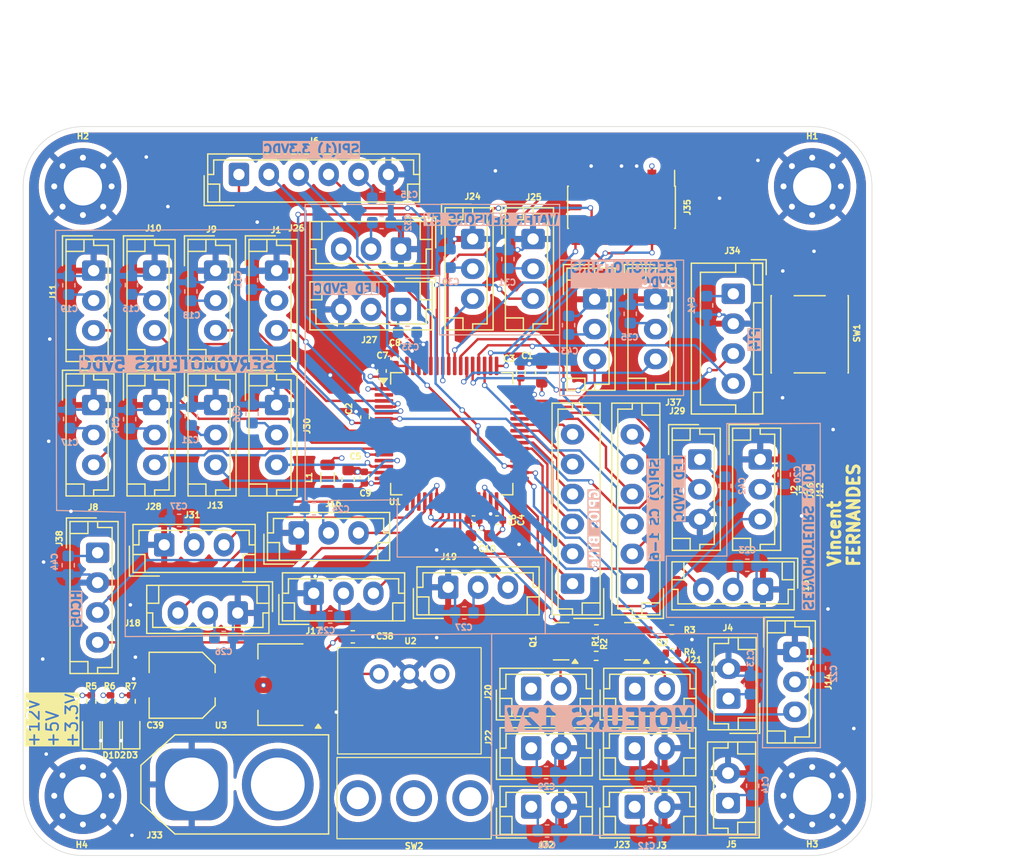
<source format=kicad_pcb>
(kicad_pcb (version 20241229) (generator "pcbnew") (generator_version "9.0")
  (layers (0 "F.Cu" signal) (4 "In1.Cu" signal) (6 "In2.Cu" signal) (2 "B.Cu" signal) (13 "F.Paste" user) (15 "B.Paste" user) (5 "F.SilkS" user "F.Silkscreen") (7 "B.SilkS" user "B.Silkscreen") (1 "F.Mask" user) (3 "B.Mask" user) (25 "Edge.Cuts" user))
  (net 0 "")
  (net 1 "+3.3V")
  (net 2 "SWDIO")
  (net 3 "UART_DEBUG_TX")
  (net 4 "NRST")
  (net 5 "SWCLK")
  (net 6 "GND")
  (net 7 "UART_DEBUG_RX")
  (net 8 "USART3_TX")
  (net 9 "USART3_RX")
  (net 10 "USART1_RX")
  (net 11 "USART1_TX")
  (net 12 "TIM1_CH1_PWM")
  (net 13 "TIM1_CH2_PWM")
  (net 14 "TIM1_CH3_PWM")
  (net 15 "TIM1_CH4_PWM")
  (net 16 "TIM2_CH1_PWM")
  (net 17 "TIM2_CH2_PWM")
  (net 18 "TIM2_CH3_PWM")
  (net 19 "TIM2_CH4_PWM")
  (net 20 "TIM3_CH1_PWM")
  (net 21 "TIM3_CH2_PWM")
  (net 22 "GPIO_WaterSensor_2")
  (net 23 "GPIO_WaterSensor_3")
  (net 24 "GPIO_WaterSensor_1")
  (net 25 "TIM4_CH4_PWM")
  (net 26 "TIM5_CH1_PWM")
  (net 27 "TIM5_CH2_PWM")
  (net 28 "GPIO_BTN_5")
  (net 29 "GPIO_BTN_2")
  (net 30 "GPIO_BTN_3")
  (net 31 "GPIO_BTN_6")
  (net 32 "GPIO_BTN_4")
  (net 33 "GPIO_BTN_1")
  (net 34 "TIM4_CH1_PWM")
  (net 35 "TIM4_CH2_PWM")
  (net 36 "ADC1_IN10_PH")
  (net 37 "TIM3_CH3_PWM")
  (net 38 "TIM3_CH4_PWM")
  (net 39 "TIM5_CH3_PWM")
  (net 40 "TIM5_CH4_PWM")
  (net 41 "GPIO_PUMP_2")
  (net 42 "GPIO_PUMP_1")
  (net 44 "Net-(J21-Pin_2)")
  (net 45 "Net-(D1-A)")
  (net 46 "Net-(D2-A)")
  (net 47 "Net-(D3-A)")
  (net 48 "SPI2_SCK")
  (net 49 "SPI2_MOSI")
  (net 50 "Net-(J33-Pin_2)")
  (net 51 "GPIO_RES")
  (net 52 "GPIO_D{slash}C")
  (net 53 "GPIO_SPI_CS_6")
  (net 54 "GPIO_SPI_CS_1")
  (net 55 "GPIO_SPI_CS_3")
  (net 56 "GPIO_SPI_CS_4")
  (net 57 "GPIO_SPI_CS_2")
  (net 58 "GPIO_SPI_CS_5")
  (net 64 "Net-(Q1-G)")
  (net 65 "+5V")
  (net 66 "+12V")
  (net 68 "Net-(Q2-G)")
  (net 69 "Net-(J20-Pin_2)")
  (footprint "Connector_JST:JST_EH_B4B-EH-A_1x04_P2.50mm_Vertical" (layer "F.Cu") (at 121.23 108.66 -90)
    (property "Reference" "J38")
    (property "Value" "Conn_01x04")
  )
  (footprint "Capacitor_SMD:C_0603_1608Metric" (layer "F.Cu") (at 158.38 93.615 90)
    (property "Reference" "C1")
    (property "Value" "4u7")
  )
  (footprint "Connector_JST:JST_EH_B3B-EH-A_1x03_P2.50mm_Vertical" (layer "F.Cu") (at 120.9 85.05 -90)
    (property "Reference" "J11")
    (property "Value" "Conn_01x03")
  )
  (footprint "Connector_JST:JST_EH_B2B-EH-A_1x02_P2.50mm_Vertical" (layer "F.Cu") (at 174 120.87 90)
    (property "Reference" "J4")
    (property "Value" "Conn_01x02")
  )
  (footprint "Connector_JST:JST_EH_B3B-EH-A_1x03_P2.50mm_Vertical" (layer "F.Cu") (at 157.65 82.4 -90)
    (property "Reference" "J25")
    (property "Value" "Conn_01x03")
  )
  (footprint "Package_TO_SOT_SMD:SOT-223-3_TabPin2" (layer "F.Cu") (at 136.55 119.7 180)
    (property "Reference" "U3")
    (property "Value" "AZ1117-3.3")
  )
  (footprint "Connector_JST:JST_EH_B3B-EH-A_1x03_P2.50mm_Vertical" (layer "F.Cu") (at 171.6 100.85 -90)
    (property "Reference" "J36")
    (property "Value" "Conn_01x03")
  )
  (footprint "Capacitor_SMD:C_0603_1608Metric" (layer "F.Cu") (at 142.575 115.7)
    (property "Reference" "C38")
    (property "Value" "10u")
  )
  (footprint "Connector_JST:JST_EH_B3B-EH-A_1x03_P2.50mm_Vertical" (layer "F.Cu") (at 150.55 111.55)
    (property "Reference" "J19")
    (property "Value" "Conn_01x03")
  )
  (footprint "Connector_JST:JST_EH_B6B-EH-A_1x06_P2.50mm_Vertical" (layer "F.Cu") (at 160.95 111.25 90)
    (property "Reference" "J2")
    (property "Value" "Conn_01x06")
  )
  (footprint "Connector_JST:JST_EH_B3B-EH-A_1x03_P2.50mm_Vertical" (layer "F.Cu") (at 126.8 108)
    (property "Reference" "J31")
    (property "Value" "Conn_01x03")
  )
  (footprint "LED_SMD:LED_0603_1608Metric" (layer "F.Cu") (at 122.35 123.6 90)
    (property "Reference" "D2")
    (property "Value" "RED_LED")
  )
  (footprint "Connector_JST:JST_EH_B3B-EH-A_1x03_P2.50mm_Vertical" (layer "F.Cu") (at 162.8 87.45 -90)
    (property "Reference" "J37")
    (property "Value" "Conn_01x03")
  )
  (footprint "Connector_JST:JST_EH_B3B-EH-A_1x03_P2.50mm_Vertical" (layer "F.Cu") (at 167.9 87.45 -90)
    (property "Reference" "J29")
    (property "Value" "Conn_01x03")
  )
  (footprint "MountingHole:MountingHole_3.2mm_M3_Pad_Via" (layer "F.Cu") (at 120 129)
    (property "Reference" "H4")
    (property "Value" "MountingHole_Pad")
  )
  (footprint "Connector_JST:JST_EH_B3B-EH-A_1x03_P2.50mm_Vertical" (layer "F.Cu") (at 136.2 96.3 -90)
    (property "Reference" "J30")
    (property "Value" "Conn_01x03")
  )
  (footprint "Connector_JST:JST_EH_B3B-EH-A_1x03_P2.50mm_Vertical" (layer "F.Cu") (at 131.1 85.05 -90)
    (property "Reference" "J9")
    (property "Value" "Conn_01x03")
  )
  (footprint "Connector_JST:JST_EH_B3B-EH-A_1x03_P2.50mm_Vertical" (layer "F.Cu") (at 176.88 111.73 180)
    (property "Reference" "J15")
    (property "Value" "Conn_01x03")
  )
  (footprint "Connector_PinHeader_1.27mm:PinHeader_2x07_P1.27mm_Vertical_SMD" (layer "F.Cu") (at 165.05 79.75 -90)
    (property "Reference" "J35")
    (property "Value" "Conn_ST_STDC14")
  )
  (footprint "Capacitor_SMD:C_0402_1005Metric" (layer "F.Cu") (at 154.64 105.93 180)
    (property "Reference" "C4")
    (property "Value" "100n")
  )
  (footprint "Connector_JST:JST_EH_B3B-EH-A_1x03_P2.50mm_Vertical" (layer "F.Cu") (at 131.1 96.3 -90)
    (property "Reference" "J13")
    (property "Value" "Conn_01x03")
  )
  (footprint "Connector_JST:JST_EH_B3B-EH-A_1x03_P2.50mm_Vertical" (layer "F.Cu") (at 132.95 113.7 180)
    (property "Reference" "J18")
    (property "Value" "Conn_01x03")
  )
  (footprint "Inductor_SMD:L_0805_2012Metric" (layer "F.Cu") (at 140.46 102.3675 90)
    (property "Reference" "L1")
    (property "Value" "39n")
  )
  (footprint "Connector_JST:JST_EH_B3B-EH-A_1x03_P2.50mm_Vertical" (layer "F.Cu") (at 126 96.3 -90)
    (property "Reference" "J28")
    (property "Value" "Conn_01x03")
  )
  (footprint "Connector_JST:JST_EH_B2B-EH-A_1x02_P2.50mm_Vertical" (layer "F.Cu") (at 157.5 125.02)
    (property "Reference" "J22")
    (property "Value" "Conn_01x02")
  )
  (footprint "Capacitor_SMD:C_0402_1005Metric" (layer "F.Cu") (at 146.11 92.4 90)
    (property "Reference" "C8")
    (property "Value" "100n")
  )
  (footprint "Package_TO_SOT_SMD:SOT-23" (layer "F.Cu") (at 165.9625 116.07 180)
    (property "Reference" "Q2")
    (property "Value" "NMOS")
  )
  (footprint "Capacitor_SMD:C_0402_1005Metric" (layer "F.Cu") (at 152.67 105.93 180)
    (property "Reference" "C6")
    (property "Value" "100n")
  )
  (footprint "Package_TO_SOT_SMD:SOT-23" (layer "F.Cu") (at 160.0025 116.07 180)
    (property "Reference" "Q1")
    (property "Value" "NMOS")
  )
  (footprint "Resistor_SMD:R_0402_1005Metric" (layer "F.Cu") (at 120.7 121.1025 -90)
    (property "Reference" "R5")
    (property "Value" "5k1")
  )
  (footprint "Connector_JST:JST_EH_B2B-EH-A_1x02_P2.50mm_Vertical" (layer "F.Cu") (at 173.96 129.61 90)
    (property "Reference" "J5")
    (property "Value" "Conn_01x02")
  )
  (footprint "MountingHole:MountingHole_3.2mm_M3_Pad_Via" (layer "F.Cu") (at 120 78)
    (property "Reference" "H2")
    (property "Value" "MountingHole_Pad")
  )
  (footprint "Resistor_SMD:R_0402_1005Metric" (layer "F.Cu") (at 122.31 121.1025 -90)
    (property "Reference" "R6")
    (property "Value" "1k6")
  )
  (footprint "Connector_JST:JST_EH_B2B-EH-A_1x02_P2.50mm_Vertical" (layer "F.Cu") (at 157.49 120.04)
    (property "Reference" "J20")
    (property "Value" "Conn_01x02")
  )
  (footprint "Connector_JST:JST_EH_B2B-EH-A_1x02_P2.50mm_Vertical" (layer "F.Cu") (at 157.5 129.92)
    (property "Reference" "J32")
    (property "Value" "Conn_01x02")
  )
  (footprint "Resistor_SMD:R_0402_1005Metric" (layer "F.Cu") (at 169.26 117.08 180)
    (property "Reference" "R4")
    (property "Value" "10k")
  )
  (footprint "LED_SMD:LED_0603_1608Metric" (layer "F.Cu") (at 120.7 123.6 90)
    (property "Reference" "D1")
    (property "Value" "RED_LED")
  )
  (footprint "mylib:SW_Push_1P1T_NO_6x6mm_H9.5mm" (layer "F.Cu") (at 180.84 90.38 -90)
    (property "Reference" "SW1")
    (property "Value" "SW_SPST")
  )
  (footprint "mylib:472123010111" (layer "F.Cu") (at 147.7 129.2 180)
    (property "Reference" "SW2")
    (property "Value" "SW_SPDT")
  )
  (footprint "Connector_JST:JST_EH_B3B-EH-A_1x03_P2.50mm_Vertical" (layer "F.Cu") (at 179.55 116.97 -90)
    (property "Reference" "J14")
    (property "Value" "Conn_01x03")
  )
  (footprint "Connector_JST:JST_EH_B3B-EH-A_1x03_P2.50mm_Vertical" (layer "F.Cu") (at 126 85.05 -90)
    (property "Reference" "J10")
    (property "Value" "Conn_01x03")
  )
  (footprint "Connector_JST:JST_EH_B3B-EH-A_1x03_P2.50mm_Vertical" (layer "F.Cu") (at 139.3 112.05)
    (property "Reference" "J17")
    (property "Value" "Conn_01x03")
  )
  (footprint "Capacitor_SMD:C_0603_1608Metric" (layer "F.Cu") (at 153.23 107.24 180)
    (property "Reference" "C10")
    (property "Value" "1u")
  )
  (footprint "Connector_JST:JST_EH_B6B-EH-A_1x06_P2.50mm_Vertical" (layer "F.Cu") (at 133.05 77)
    (property "Reference" "J6")
    (property "Value" "Conn_01x06")
  )
  (footprint "Connector_JST:JST_XH_B4B-XH-A_1x04_P2.50mm_Vertical" (layer "F.Cu") (at 174.4 86.99 -90)
    (property "Reference" "J34")
    (property "Value" "Conn_01x04")
  )
  (footprint "Connector_JST:JST_EH_B3B-EH-A_1x03_P2.50mm_Vertical" (layer "F.Cu") (at 152.6 82.4 -90)
    (property "Reference" "J24")
    (property "Value" "Conn_01x03")
  )
  (footprint "MountingHole:MountingHole_3.2mm_M3_Pad_Via" (layer "F.Cu") (at 181 78)
    (property "Reference" "H1")
    (property "Value" "MountingHole_Pad")
  )
  (footprint "Connector_AMASS:AMASS_XT60-M_1x02_P7.20mm_Vertical" (layer "F.Cu") (at 129.1 128.05)
    (property "Reference" "J33")
    (property "Value" "Conn_01x02")
  )
  (footprint "Connector_JST:JST_EH_B3B-EH-A_1x03_P2.50mm_Vertical" (layer "F.Cu") (at 146.6 88.3 180)
    (property "Reference" "J27")
    (property "Value" "Conn_01x03")
  )
  (footprint "Resistor_SMD:R_0402_1005Metric" (layer "F.Cu") (at 162.95 115.07)
    (property "Reference" "R1")
    (property "Value" "1k")
  )
  (footprint "Capacitor_SMD:C_0402_1005Metric" (layer "F.Cu") (at 143.54 102.37 90)
    (property "Reference" "C9")
    (property "Value" "10n")
  )
  (footprint "Package_QFP:LQFP-64_10x10mm_P0.5mm" (layer "F.Cu") (at 150.85 98.7)
    (property "Reference" "U1")
    (property "Value" "STM32G474RETx")
  )
  (footprint "Capacitor_SMD:C_Elec_5x5.4" (layer "F.Cu") (at 128.3 119.75 180)
    (property "Reference" "C39")
    (property "Value" "22u")
  )
  (footprint "Resistor_SMD:R_0402_1005Metric" (layer "F.Cu") (at 169.26 115.09 180)
    (property "Reference" "R3")
    (property "Value" "1k")
  )
  (footprint "Resistor_SMD:R_0402_1005Metric" (layer "F.Cu") (at 124 121.09 -90)
    (property "Reference" "R7")
    (property "Value" "820")
  )
  (footprint "Connector_JST:JST_EH_B3B-EH-A_1x03_P2.50mm_Vertical" (layer "F.Cu") (at 176.65 100.85 -90)
    (property "Reference" "J12")
    (property "Value" "Conn_01x03")
  )
  (footprint "Capacitor_SMD:C_0402_1005Metric" (layer "F.Cu") (at 156.63 93.57 90)
    (property "Reference" "C3")
    (property "Value" "100n")
  )
  (footprint "Library:173010542" (layer "F.Cu") (at 147.31 118.8 180)
    (property "Reference" "U2")
    (property "Value" "173010578")
  )
  (footprint "Capacitor_SMD:C_0402_1005Metric" (layer "F.Cu") (at 143.6 97.32 90)
    (property "Reference" "C2")
    (property "Value" "100n")
  )
  (footprint "Connector_JST:JST_EH_B2B-EH-A_1x02_P2.50mm_Vertical" (layer "F.Cu") (at 166.17 120.04)
    (property "Reference" "J21")
    (property "Value" "Conn_01x02")
  )
  (footprint "Connector_JST:JST_EH_B3B-EH-A_1x03_P2.50mm_Vertical" (layer "F.Cu") (at 146.6 83.25 180)
    (property "Reference" "J26")
    (property "Value" "Conn_01x03")
  )
  (footprint "Capacitor_SMD:C_0603_1608Metric" (layer "F.Cu") (at 142.18 102.505 -90)
    (property "Reference" "C5")
    (property "Value" "1u")
  )
  (footprint "Connector_JST:JST_EH_B3B-EH-A_1x03_P2.50mm_Vertical" (layer "F.Cu") (at 120.9 96.3 -90)
    (property "Reference" "J8")
    (property "Value" "Conn_01x03")
  )
  (footprint "Connector_JST:JST_EH_B6B-EH-A_1x06_P2.50mm_Vertical" (layer "F.Cu") (at 165.95 111.25 90)
    (property "Reference" "J7")
    (property "Value" "Conn_01x06")
  )
  (footprint "LED_SMD:LED_0603_1608Metric" (layer "F.Cu") (at 124.03 123.5875 90)
    (property "Reference" "D3")
    (property "Value" "RED_LED")
  )
  (footprint "Connector_JST:JST_EH_B3B-EH-A_1x03_P2.50mm_Vertical" (layer "F.Cu") (at 138.05 107)
    (property "Reference" "J16")
    (property "Value" "Conn_01x03")
  )
  (footprint "Connector_JST:JST_EH_B2B-EH-A_1x02_P2.50mm_Vertical" (layer "F.Cu") (at 166.15 129.92)
    (property "Reference" "J3")
    (property "Value" "Conn_01x02")
  )
  (footprint "Connector_JST:JST_EH_B2B-EH-A_1x02_P2.50mm_Vertical" (layer "F.Cu") (at 166.15 125.02)
    (property "Reference" "J23")
    (property "Value" "Conn_01x02")
  )
  (footprint "Connector_JST:JST_EH_B3B-EH-A_1x03_P2.50mm_Vertical" (layer "F.Cu") (at 136.2 85.05 -90)
    (property "Reference" "J1")
    (property "Value" "Conn_01x03")
  )
  (footprint "Resistor_SMD:R_0402_1005Metric" (layer "F.Cu") (at 162.93 117.29)
    (property "Reference" "R2")
    (property "Value" "10k")
  )
  (footprint "MountingHole:MountingHole_3.2mm_M3_Pad_Via" (layer "F.Cu") (at 181 129)
    (property "Reference" "H3")
    (property "Value" "MountingHole_Pad")
  )
  (footprint "Capacitor_SMD:C_0402_1005Metric" (layer "F.Cu") (at 145.01 93.45 -90)
    (property "Reference" "C7")
    (property "Value" "100n")
  )
  (footprint "Capacitor_SMD:C_0603_1608Metric" (layer "B.Cu") (at 118.77 109.705 90)
    (property "Reference" "C44")
    (property "Value" "1u")
  )
  (footprint "Capacitor_SMD:C_0603_1608Metric" (layer "B.Cu") (at 123.91 97.485 90)
    (property "Reference" "C34")
    (property "Value" "1u")
  )
  (footprint "Capacitor_SMD:C_0603_1608Metric" (layer "B.Cu") (at 175.83 119.725 -90)
    (property "Reference" "C13")
    (property "Value" "1u")
  )
  (footprint "Capacitor_SMD:C_0603_1608Metric" (layer "B.Cu") (at 155.55 84.085 90)
    (property "Reference" "C31")
    (property "Value" "1u")
  )
  (footprint "Capacitor_SMD:C_0603_1608Metric" (layer "B.Cu") (at 131.775 115.76 180)
    (property "Reference" "C26")
    (property "Value" "1u")
  )
  (footprint "Capacitor_SMD:C_0603_1608Metric" (layer "B.Cu") (at 140.685 114.04)
    (property "Reference" "C25")
    (property "Value" "1u")
  )
  (footprint "Capacitor_SMD:C_0603_1608Metric" (layer "B.Cu") (at 181.6 118.315 90)
    (property "Reference" "C22")
    (property "Value" "1u")
  )
  (footprint "Capacitor_SMD:C_0603_1608Metric" (layer "B.Cu") (at 134.15 97.035 90)
    (property "Reference" "C36")
    (property "Value" "1u")
  )
  (footprint "Capacitor_SMD:C_0603_1608Metric" (layer "B.Cu") (at 165.78 88.665 90)
    (property "Reference" "C35")
    (property "Value" "1u")
  )
  (footprint "Capacitor_SMD:C_0603_1608Metric" (layer "B.Cu") (at 172.17 87.96 90)
    (property "Reference" "C41")
    (property "Value" "1u")
  )
  (footprint "Capacitor_SMD:C_0603_1608Metric" (layer "B.Cu") (at 144.98 81.03)
    (property "Reference" "C32")
    (property "Value" "1u")
  )
  (footprint "Capacitor_SMD:C_0603_1608Metric" (layer "B.Cu") (at 160.62 89.615 90)
    (property "Reference" "C43")
    (property "Value" "1u")
  )
  (footprint "Capacitor_SMD:C_0603_1608Metric" (layer "B.Cu") (at 128.055 105.95 180)
    (property "Reference" "C37")
    (property "Value" "1u")
  )
  (footprint "Capacitor_SMD:C_0603_1608Metric" (layer "B.Cu") (at 124.06 86.26 90)
    (property "Reference" "C16")
    (property "Value" "1u")
  )
  (footprint "Capacitor_SMD:C_0603_1608Metric" (layer "B.Cu") (at 173.7 103.075 90)
    (property "Reference" "C42")
    (property "Value" "1u")
  )
  (footprint "Capacitor_SMD:C_0603_1608Metric" (layer "B.Cu") (at 158.74 127.06)
    (property "Reference" "C29")
    (property "Value" "1u")
  )
  (footprint "Capacitor_SMD:C_0603_1608Metric" (layer "B.Cu") (at 139.325 104.99 180)
    (property "Reference" "C24")
    (property "Value" "1u")
  )
  (footprint "Capacitor_SMD:C_0603_1608Metric" (layer "B.Cu") (at 167.465 131.99 180)
    (property "Reference" "C12")
    (property "Value" "1u")
  )
  (footprint "Capacitor_SMD:C_0603_1608Metric" (layer "B.Cu") (at 134.1 85.855 90)
    (property "Reference" "C11")
    (property "Value" "1u")
  )
  (footprint "Capacitor_SMD:C_0603_1608Metric" (layer "B.Cu") (at 147.145 90.22 180)
    (property "Reference" "C33")
    (property "Value" "1u")
  )
  (footprint "Capacitor_SMD:C_0603_1608Metric" (layer "B.Cu") (at 178.66 102.125 90)
    (property "Reference" "C20")
    (property "Value" "1u")
  )
  (footprint "Capacitor_SMD:C_0603_1608Metric" (layer "B.Cu") (at 129.03 86.795 90)
    (property "Reference" "C18")
    (property "Value" "1u")
  )
  (footprint "Capacitor_SMD:C_0603_1608Metric" (layer "B.Cu") (at 118.89 97.465 90)
    (property "Reference" "C17")
    (property "Value" "1u")
  )
  (footprint "Capacitor_SMD:C_0603_1608Metric" (layer "B.Cu") (at 144.97 78.99 180)
    (property "Reference" "C15")
    (property "Value" "1u")
  )
  (footprint "Capacitor_SMD:C_0603_1608Metric" (layer "B.Cu") (at 129.06 97.225 90)
    (property "Reference" "C21")
    (property "Value" "1u")
  )
  (footprint "Capacitor_SMD:C_0603_1608Metric" (layer "B.Cu") (at 158.825 131.95 180)
    (property "Reference" "C40")
    (property "Value" "1u")
  )
  (footprint "Capacitor_SMD:C_0603_1608Metric" (layer "B.Cu") (at 151.9 113.69 180)
    (property "Reference" "C27")
    (property "Value" "1u")
  )
  (footprint "Capacitor_SMD:C_0603_1608Metric" (layer "B.Cu") (at 176.02 128.165 -90)
    (property "Reference" "C14")
    (property "Value" "1u")
  )
  (footprint "Capacitor_SMD:C_0603_1608Metric" (layer "B.Cu") (at 118.82 86.275 90)
    (property "Reference" "C19")
    (property "Value" "1u")
  )
  (footprint "Capacitor_SMD:C_0603_1608Metric" (layer "B.Cu") (at 175.57 109.71)
    (property "Reference" "C23")
    (property "Value" "1u")
  )
  (footprint "Capacitor_SMD:C_0603_1608Metric" (layer "B.Cu") (at 167.385 127.28 180)
    (property "Reference" "C28")
    (property "Value" "1u")
  )
  (footprint "Capacitor_SMD:C_0603_1608Metric" (layer "B.Cu") (at 150.71 84.025 90)
    (property "Reference" "C30")
    (property "Value" "1u")
  )
  (gr_line (start 173.86 108.94) (end 168.8 108.94) (stroke (width 0.1)) (layer "B.SilkS"))
  (gr_line (start 123.54 105.27) (end 123.54 115.68) (stroke (width 0.1)) (layer "B.SilkS"))
  (gr_line (start 138.59 85.45) (end 138.59 79.52) (stroke (width 0.1)) (layer "B.SilkS"))
  (gr_line (start 159.87 79.51) (end 159.87 90.43) (stroke (width 0.1)) (layer "B.SilkS"))
  (gr_line (start 117.8 105.12) (end 123.54 105.27) (stroke (width 0.1)) (layer "B.SilkS"))
  (gr_line (start 158.69 109.02) (end 146.29 109.02) (stroke (width 0.1)) (layer "B.SilkS"))
  (gr_line (start 123.54 115.68) (end 154.19 115.44) (stroke (width 0.1)) (layer "B.SilkS"))
  (gr_line (start 117.72 81.68) (end 117.8 105.12) (stroke (width 0.1)) (layer "B.SilkS"))
  (gr_line (start 181.670044 97.83) (end 179.15 97.85) (stroke (width 0.1)) (layer "B.SilkS"))
  (gr_line (start 176.84 124.98) (end 181.68 124.98) (stroke (width 0.1)) (layer "B.SilkS"))
  (gr_line (start 149.83 85.45) (end 138.59 85.45) (stroke (width 0.1)) (layer "B.SilkS"))
  (gr_line (start 168.8 108.94) (end 168.8 114.07) (stroke (width 0.1)) (layer "B.SilkS"))
  (gr_line (start 138.59 81.61) (end 138.59 104.3) (stroke (width 0.1)) (layer "B.SilkS"))
  (gr_line (start 159.87 90.43) (end 149.83 90.43) (stroke (width 0.1)) (layer "B.SilkS"))
  (gr_line (start 146.29 104.24) (end 139.19721 104.3) (stroke (width 0.1)) (layer "B.SilkS"))
  (gr_line (start 139.19721 104.3) (end 138.60279 104.3) (stroke (width 0.1)) (layer "B.SilkS"))
  (gr_line (start 181.68 124.98) (end 181.670044 97.83) (stroke (width 0.1)) (layer "B.SilkS"))
  (gr_line (start 139.09 79.51) (end 159.87 79.51) (stroke (width 0.1)) (layer "B.SilkS"))
  (gr_line (start 173.86 97.85) (end 173.86 108.94) (stroke (width 0.1)) (layer "B.SilkS"))
  (gr_line (start 168.8 114.07) (end 176.89 114.07) (stroke (width 0.1)) (layer "B.SilkS"))
  (gr_line (start 158.67 115.46) (end 158.69 109.02) (stroke (width 0.1)) (layer "B.SilkS"))
  (gr_line (start 177.03 114.07) (end 176.84 124.98) (stroke (width 0.1)) (layer "B.SilkS"))
  (gr_rect (start 154.19 115.44) (end 176.43 132.31) (stroke (width 0.1)) (fill no) (layer "B.SilkS"))
  (gr_rect (start 159.87 84.17) (end 170.24 95.51) (stroke (width 0.1)) (fill no) (layer "B.SilkS"))
  (gr_line (start 149.83 90.43) (end 149.83 85.45) (stroke (width 0.1)) (layer "B.SilkS"))
  (gr_line (start 146.29 109.02) (end 146.29 104.24) (stroke (width 0.1)) (layer "B.SilkS"))
  (gr_line (start 138.48 81.61) (end 138.59 81.61) (stroke (width 0.1)) (layer "B.SilkS"))
  (gr_line (start 138.48 81.61) (end 117.72 81.68) (stroke (width 0.1)) (layer "B.SilkS"))
  (gr_line (start 179.15 97.85) (end 173.86 97.85) (stroke (width 0.1)) (layer "B.SilkS"))
  (gr_line (start 138.59 79.52) (end 139.09 79.51) (stroke (width 0.1)) (layer "B.SilkS"))
  (gr_line (start 120 73) (end 181 73) (stroke (width 0.05)) (layer "Edge.Cuts"))
  (gr_line (start 115 78) (end 115 129) (stroke (width 0.05)) (layer "Edge.Cuts"))
  (gr_arc (start 181 73) (mid 184.535534 74.464466) (end 186 78) (stroke (width 0.05)) (layer "Edge.Cuts"))
  (gr_arc (start 186 129) (mid 184.535534 132.535534) (end 181 134) (stroke (width 0.05)) (layer "Edge.Cuts"))
  (gr_line (start 186 129) (end 186 78) (stroke (width 0.05)) (layer "Edge.Cuts"))
  (gr_arc (start 115 78) (mid 116.464466 74.464466) (end 120 73) (stroke (width 0.05)) (layer "Edge.Cuts"))
  (gr_line (start 120 134) (end 181 134) (stroke (width 0.05)) (layer "Edge.Cuts"))
  (gr_arc (start 120 134) (mid 116.464466 132.535534) (end 115 129) (stroke (width 0.05)) (layer "Edge.Cuts"))
  (gr_text "Vincent\nFERNANDES\n" (at 185.05 109.95 90) (layer "F.SilkS") (effects (font (size 1 1) (thickness 0.25) (bold yes)) (justify left bottom)))
  (gr_text "+12V\n+5V\n+3.3V" (at 119.66 125.02 90) (layer "F.SilkS" knockout) (effects (font (size 1 1)) (justify left bottom)))
  (gr_text "PI4" (at 176.65 89.75 90) (layer "B.SilkS" knockout) (effects (font (size 0.75 0.75) (thickness 0.1875) (bold yes)) (justify left bottom mirror)))
  (gr_text "SERVOMOTEURS 5VDC" (at 180.21 113.55 270) (layer "B.SilkS" knockout) (effects (font (size 0.75 0.75) (thickness 0.1875) (bold yes)) (justify left bottom mirror)))
  (gr_text "SERVOMOTEURS 5VDC" (at 136.11 93.5 0) (layer "B.SilkS" knockout) (effects (font (size 1 1) (thickness 0.25) (bold yes)) (justify left bottom mirror)))
  (gr_text "LED 5VDC" (at 170.33 100.42 90) (layer "B.SilkS" knockout) (effects (font (size 0.75 0.75) (thickness 0.1875) (bold yes)) (justify left bottom mirror)))
  (gr_text "MOTEURS 12V" (at 171.33 123.49 0) (layer "B.SilkS" knockout) (effects (font (size 1.5 1.5) (thickness 0.375) (bold yes)) (justify left bottom mirror)))
  (gr_text "WATER SENSORS 5V\n" (at 159.87 81.23 0) (layer "B.SilkS" knockout) (effects (font (size 0.75 0.75) (thickness 0.1875) (bold yes)) (justify left bottom mirror)))
  (gr_text "HC05" (at 119.87 111.72 90) (layer "B.SilkS" knockout) (effects (font (size 0.75 0.75) (thickness 0.1875) (bold yes)) (justify left bottom mirror)))
  (gr_text "GPIOs BTNs" (at 163.23 103.26 90) (layer "B.SilkS" knockout) (effects (font (size 0.75 0.75) (thickness 0.1875) (bold yes)) (justify left bottom mirror)))
  (gr_text "SERVOMOTEURS \n5VDC" (at 169.68 86.46 0) (layer "B.SilkS" knockout) (effects (font (size 0.75 0.75) (thickness 0.1875) (bold yes)) (justify left bottom mirror)))
  (gr_text "LED 5VDC" (at 144.91 87.01 0) (layer "B.SilkS" knockout) (effects (font (size 0.75 0.75) (thickness 0.1875) (bold yes)) (justify left bottom mirror)))
  (gr_text "SPI(1) 3.3VDC" (at 143.25 75.34 0) (layer "B.SilkS" knockout) (effects (font (size 0.75 0.75) (thickness 0.1875) (bold yes)) (justify left bottom mirror)))
  (gr_text "SPI(2) CS 1-6\n" (at 168.29 100.7 90) (layer "B.SilkS" knockout) (effects (font (size 0.75 0.75) (thickness 0.1875) (bold yes)) (justify left bottom mirror)))
  (segment (start 156.525 94.95) (end 156.525 94.155) (width 0.2) (layer "F.Cu") (net 1))
  (segment (start 141.65 100.74) (end 141.025 100.74) (width 0.2) (layer "F.Cu") (net 1))
  (segment (start 153.1 104.375) (end 153.1 105.88) (width 0.2) (layer "F.Cu") (net 1))
  (segment (start 147.1 93.025) (end 146.255 93.025) (width 0.2) (layer "F.Cu") (net 1))
  (segment (start 156.525 94.155) (end 156.63 94.05) (width 0.2) (layer "F.Cu") (net 1))
  (segment (start 155.12 104.895) (end 154.6 104.375) (width 0.2) (layer "F.Cu") (net 1))
  (segment (start 130.4125 119.7) (end 130.3625 119.75) (width 1.3) (layer "F.Cu") (net 1))
  (segment (start 144.775 102.85) (end 145.175 102.45) (width 0.2) (layer "F.Cu") (net 1))
  (segment (start 135.1 119.75) (end 133.45 119.75) (width 1.3) (layer "F.Cu") (net 1))
  (segment (start 145.175 94.95) (end 143.851 94.95) (width 0.2) (layer "F.Cu") (net 1))
  (segment (start 153.1 104.375) (end 152.6 104.375) (width 0.2) (layer "F.Cu") (net 1))
  (segment (start 123.28 120.58) (end 123.26 120.6) (width 0.2) (layer "F.Cu") (net 1))
  (segment (start 142.18 103.28) (end 143.11 103.28) (width 0.2) (layer "F.Cu") (net 1))
  (segment (start 153.3575 106.5925) (end 154.005 107.24) (width 0.2) (layer "F.Cu") (net 1))
  (segment (start 167.59 76.3) (end 167.59 77.8) (width 0.2) (layer "F.Cu") (net 1))
  (segment (start 140.46 103.43) (end 142.03 103.43) (width 0.2) (layer "F.Cu") (net 1))
  (segment (start 155.12 106.68) (end 155.1 106.7) (width 0.2) (layer "F.Cu") (net 1))
  (segment (start 124 120.58) (end 123.28 120.58) (width 0.2) (layer "F.Cu") (net 1))
  (segment (start 145.01 93.93) (end 144.08 93.93) (width 0.2) (layer "F.Cu") (net 1))
  (segment (start 158.38 95.33665) (end 158.395958 95.352608) (width 0.2) (layer "F.Cu") (net 1))
  (segment (start 133.45 119.75) (end 133.4 119.7) (width 1.3) (layer "F.Cu") (net 1))
  (segment (start 133.4 119.7) (end 130.4125 119.7) (width 1.3) (layer "F.Cu") (net 1))
  (segment (start 144.12 102.85) (end 144.775 102.85) (width 0.2) (layer "F.Cu") (net 1))
  (segment (start 143.54 102.85) (end 144.12 102.85) (width 0.2) (layer "F.Cu") (net 1))
  (segment (start 144.08 93.93) (end 144.05 93.9) (width 0.2) (layer "F.Cu") (net 1))
  (segment (start 139.7 119.7) (end 139.65 119.75) (width 1.3) (layer "F.Cu") (net 1))
  (segment (start 155.12 105.93) (end 155.12 104.895) (width 0.2) (layer "F.Cu") (net 1))
  (segment (start 156.63 94.05) (end 158.04 94.05) (width 0.2) (layer "F.Cu") (net 1))
  (segment (start 145.06 93.93) (end 146.11 92.88) (width 0.2) (layer "F.Cu") (net 1))
  (segment (start 153.15 105.93) (end 153.15 106.385) (width 0.2) (layer "F.Cu") (net 1))
  (segment (start 141.025 100.74) (end 140.46 101.305) (width 0.2) (layer "F.Cu") (net 1))
  (segment (start 153.15 106.385) (end 153.3575 106.5925) (width 0.2) (layer "F.Cu") (net 1))
  (segment (start 158.38 94.39) (end 158.38 95.33665) (width 0.2) (layer "F.Cu") (net 1))
  (segment (start 145.01 94.785) (end 145.175 94.95) (width 0.2) (layer "F.Cu") (net 1))
  (segment (start 154.005 107.24) (end 154.56 107.24) (width 0.2) (layer "F.Cu") (net 1))
  (segment (start 143.851 94.95) (end 143.85 94.951) (width 0.2) (layer "F.Cu") (net 1))
  (segment (start 142.03 103.43) (end 142.18 103.28) (width 0.2) (layer "F.Cu") (net 1))
  (segment (start 145.01 93.93) (end 145.06 93.93) (width 0.2) (layer "F.Cu") (net 1))
  (segment (start 154.56 107.24) (end 155.1 106.7) (width 0.2) (layer "F.Cu") (net 1))
  (segment (start 146.11 92.88) (end 146.06 92.88) (width 0.2) (layer "F.Cu") (net 1))
  (segment (start 155.12 105.93) (end 155.12 106.68) (width 0.2) (layer "F.Cu") (net 1))
  (segment (start 145.01 93.93) (end 145.01 94.785) (width 0.2) (layer "F.Cu") (net 1))
  (segment (start 153.1 105.88) (end 153.15 105.93) (width 0.2) (layer "F.Cu") (net 1))
  (segment (start 146.255 93.025) (end 146.11 92.88) (width 0.2) (layer "F.Cu") (net 1))
  (segment (start 139.65 119.75) (end 135.1 119.75) (width 1.3) (layer "F.Cu") (net 1))
  (segment (start 158.04 94.05) (end 158.38 94.39) (width 0.2) (layer "F.Cu") (net 1))
  (segment (start 143.11 103.28) (end 143.54 102.85) (width 0.2) (layer "F.Cu") (net 1))
  (via (at 158.395958 95.352608) (size 0.45) (drill 0.3) (layers "F.Cu" "B.Cu") (net 1))
  (via (at 153.3575 106.5925) (size 0.45) (drill 0.3) (layers "F.Cu" "B.Cu") (net 1))
  (via (at 167.59 76.3) (size 0.45) (drill 0.3) (layers "F.Cu" "B.Cu") (net 1))
  (via (at 143.85 94.951) (size 0.45) (drill 0.3) (layers "F.Cu" "B.Cu") (net 1))
  (via (at 123.26 120.6) (size 0.45) (drill 0.3) (layers "F.Cu" "B.Cu") (net 1))
  (via (at 144.05 93.9) (size 0.45) (drill 0.3) (layers "F.Cu" "B.Cu") (net 1))
  (via (at 141.65 100.74) (size 0.45) (drill 0.3) (layers "F.Cu" "B.Cu") (net 1))
  (via (at 135.1 119.75) (size 0.45) (drill 0.3) (layers "F.Cu" "B.Cu") (net 1))
  (via (at 144.12 102.85) (size 0.45) (drill 0.3) (layers "F.Cu" "B.Cu") (net 1))
  (via (at 155.1 106.7) (size 0.45) (drill 0.3) (layers "F.Cu" "B.Cu") (net 1))
  (segment (start 144.195 78.145) (end 143.05 77) (width 0.2) (layer "B.Cu") (net 1))
  (segment (start 144.1 81.135) (end 144.205 81.03) (width 0.2) (layer "B.Cu") (net 1))
  (segment (start 144.195 78.99) (end 144.195 78.145) (width 0.2) (layer "B.Cu") (net 1))
  (segment (start 150.71 84.8) (end 152.5 84.8) (width 0.2) (layer "B.Cu") (net 1))
  (segment (start 157.61 84.86) (end 157.65 84.9) (width 0.2) (layer "B.Cu") (net 1))
  (segment (start 152.5 84.8) (end 152.6 84.9) (width 0.2) (layer "B.Cu") (net 1))
  (segment (start 155.55 84.86) (end 157.61 84.86) (width 0.2) (layer "B.Cu") (net 1))
  (segment (start 144.1 83.25) (end 144.1 81.135) (width 0.2) (layer "B.Cu") (net 1))
  (segment (start 167.6 81.71) (end 167.59 81.7) (width 0.2) (layer "F.Cu") (net 2))
  (segment (start 154.6 93.025) (end 155.375 93.025) (width 0.2) (layer "F.Cu") (net 2))
  (segment (start 167.6 83.55) (end 167.6 81.71) (width 0.2) (layer "F.Cu") (net 2))
  (segment (start 155.375 93.025) (end 155.4 93) (width 0.2) (layer "F.Cu") (net 2))
  (via (at 155.4 93) (size 0.45) (drill 0.3) (layers "F.Cu" "B.Cu") (net 2))
  (via (at 167.6 83.55) (size 0.45) (drill 0.3) (layers "F.Cu" "B.Cu") (net 2))
  (segment (start 164.221155 83.813032) (end 164.221155 83.55) (width 0.2) (layer "B.Cu") (net 2))
  (segment (start 155.755662 92.101748) (end 163.736255 84.121155) (width 0.2) (layer "B.Cu") (net 2))
  (segment (start 155.520762 92.336648) (end 155.755662 92.101748) (width 0.2) (layer "B.Cu") (net 2))
  (segment (start 155.4 93) (end 155.4 92.336648) (width 0.2) (layer "B.Cu") (net 2))
  (segment (start 155.4 92.336648) (end 155.520762 92.336648) (width 0.2) (layer "B.Cu") (net 2))
  (segment (start 163.736255 84.121155) (end 163.913032 84.121155) (width 0.2) (layer "B.Cu") (net 2))
  (segment (start 163.913032 84.121155) (end 164.221155 83.813032) (width 0.2) (layer "B.Cu") (net 2))
  (segment (start 164.221155 83.55) (end 167.6 83.55) (width 0.2) (layer "B.Cu") (net 2))
  (segment (start 151.1 93.025) (end 151.1 91.7) (width 0.2) (layer "F.Cu") (net 3))
  (segment (start 161.2 81.74) (end 161.24 81.7) (width 0.2) (layer "F.Cu") (net 3))
  (segment (start 161.2 83.45) (end 161.2 81.74) (width 0.2) (layer "F.Cu") (net 3))
  (via (at 151.1 91.7) (size 0.45) (drill 0.3) (layers "F.Cu" "B.Cu") (net 3))
  (via (at 161.2 83.45) (size 0.45) (drill 0.3) (layers "F.Cu" "B.Cu") (net 3))
  (segment (start 151.1 91.7) (end 156.749 86.051) (width 0.2) (layer "B.Cu") (net 3))
  (segment (start 156.749 86.051) (end 158.599 86.051) (width 0.2) (layer "B.Cu") (net 3))
  (segment (start 158.599 86.051) (end 161.2 83.45) (width 0.2) (layer "B.Cu") (net 3))
  (segment (start 183.04 86.405) (end 180.831155 84.196155) (width 0.2) (layer "F.Cu") (net 4))
  (segment (start 154.4 79.83) (end 153.88 80.35) (width 0.2) (layer "F.Cu") (net 4))
  (segment (start 183.04 94.355) (end 183.04 86.405) (width 0.2) (layer "F.Cu") (net 4))
  (segment (start 145.175 97.95) (end 143.75 97.95) (width 0.2) (layer "F.Cu") (net 4))
  (segment (start 153.88 80.35) (end 138 80.35) (width 0.2) (layer "F.Cu") (net 4))
  (segment (start 162.55 79.9) (end 162.55 81.66) (width 0.2) (layer "F.Cu") (net 4))
  (segment (start 142.55 97.8) (end 142.5 97.75) (width 0.2) (layer "F.Cu") (net 4))
  (segment (start 180.831155 84.196155) (end 163.446212 84.196155) (width 0.2) (layer "F.Cu") (net 4))
  (segment (start 143.6 97.8) (end 142.55 97.8) (width 0.2) (layer "F.Cu") (net 4))
  (segment (start 162.45 79.8) (end 162.55 79.9) (width 0.2) (layer "F.Cu") (net 4))
  (segment (start 163.446212 84.196155) (end 162.51 83.259943) (width 0.2) (layer "F.Cu") (net 4))
  (segment (start 154.76 79.83) (end 154.4 79.83) (width 0.2) (layer "F.Cu") (net 4))
  (segment (start 162.55 81.66) (end 162.51 81.7) (width 0.2) (layer "F.Cu") (net 4))
  (segment (start 143.75 97.95) (end 143.6 97.8) (width 0.2) (layer "F.Cu") (net 4))
  (segment (start 162.51 83.259943) (end 162.51 81.7) (width 0.2) (layer "F.Cu") (net 4))
  (via (at 162.45 79.8) (size 0.45) (drill 0.3) (layers "F.Cu" "B.Cu") (net 4))
  (via (at 142.5 97.75) (size 0.45) (drill 0.3) (layers "F.Cu" "B.Cu") (net 4))
  (via (at 154.76 79.83) (size 0.45) (drill 0.3) (layers "F.Cu" "B.Cu") (net 4))
  (via (at 138 80.35) (size 0.45) (drill 0.3) (layers "F.Cu" "B.Cu") (net 4))
  (segment (start 155.06 79.83) (end 155.09 79.8) (width 0.2) (layer "B.Cu") (net 4))
  (segment (start 142.5 97.75) (end 138 93.25) (width 0.2) (layer "B.Cu") (net 4))
  (segment (start 155.09 79.8) (end 162.45 79.8) (width 0.2) (layer "B.Cu") (net 4))
  (segment (start 154.76 79.83) (end 155.06 79.83) (width 0.2) (layer "B.Cu") (net 4))
  (segment (start 138 93.25) (end 138 80.35) (width 0.2) (layer "B.Cu") (net 4))
  (segment (start 154.1 91.935648) (end 154.1 93.025) (width 0.2) (layer "F.Cu") (net 5))
  (segment (start 166.32 82.53) (end 165.254845 83.595155) (width 0.2) (layer "F.Cu") (net 5))
  (segment (start 165.254845 83.595155) (end 163.695155 83.595155) (width 0.2) (layer "F.Cu") (net 5))
  (segment (start 166.32 81.7) (end 166.32 82.53) (width 0.2) (layer "F.Cu") (net 5))
  (via (at 163.695155 83.595155) (size 0.45) (drill 0.3) (layers "F.Cu" "B.Cu") (net 5))
  (via (at 154.1 91.935648) (size 0.45) (drill 0.3) (layers "F.Cu" "B.Cu") (net 5))
  (segment (start 155.354662 91.935648) (end 154.1 91.935648) (width 0.2) (layer "B.Cu") (net 5))
  (segment (start 163.695155 83.595155) (end 155.354662 91.935648) (width 0.2) (layer "B.Cu") (net 5))
  (segment (start 147.6 93.025) (end 147.6 91.842464) (width 0.2) (layer "F.Cu") (net 6))
  (segment (start 168.75 117.73) (end 168.82 117.8) (width 0.2) (layer "F.Cu") (net 6))
  (segment (start 123.2 124.3875) (end 124.0175 124.3875) (width 0.2) (layer "F.Cu") (net 6))
  (segment (start 162.51 76.3) (end 162.51 77.8) (width 0.2) (layer "F.Cu") (net 6))
  (segment (start 158.38 92.84) (end 157.34 92.84) (width 0.2) (layer "F.Cu") (net 6))
  (segment (start 120.7 124.3875) (end 121.5 124.3875) (width 0.2) (layer "F.Cu") (net 6))
  (segment (start 139.3 110.75) (end 139.42 110.63) (width 0.2) (layer "F.Cu") (net 6))
  (segment (start 154.1 104.375) (end 154.1 105.41) (width 0.2) (layer "F.Cu") (net 6))
  (segment (start 152.455 107.24) (end 152.455 107.88) (width 0.2) (layer "F.Cu") (net 6))
  (segment (start 154.1 105.41) (end 154.1 105.87) (width 0.2) (layer "F.Cu") (net 6))
  (segment (start 136.2 95.22) (end 135.92 94.94) (width 0.2) (layer "F.Cu") (net 6))
  (segment (start 144.28 92.97) (end 144.25 93) (width 0.2) (layer "F.Cu") (net 6))
  (segment (start 152.455 106.195) (end 152.19 105.93) (width 0.2) (layer "F.Cu") (net 6))
  (segment (start 143.35 115.7) (end 144.25 115.7) (width 0.2) (layer "F.Cu") (net 6))
  (segment (start 145.01 92.97) (end 145.06 92.97) (width 0.2) (layer "F.Cu") (net 6))
  (segment (start 157.725 95.45) (end 156.525 95.45) (width 0.2) (layer "F.Cu") (net 6))
  (segment (start 152.1 105.84) (end 152.1 104.375) (width 0.2) (layer "F.Cu") (net 6))
  (segment (start 143.54 101.89) (end 143.6 101.95) (width 0.2) (layer "F.Cu") (net 6))
  (segment (start 139.7 122) (end 141.2 122) (width 0.2) (layer "F.Cu") (net 6))
  (segment (start 178.54 86.405) (end 178.54 85.08) (width 0.2) (layer "F.Cu") (net 6))
  (segment (start 143.54 101.89) (end 142.98 101.89) (width 0.2) (layer "F.Cu") (net 6))
  (segment (start 142.86 96.84) (end 142.85 96.85) (width 0.2) (layer "F.Cu") (net 6))
  (segment (start 143.6 101.95) (end 145.175 101.95) (width 0.2) (layer "F.Cu") (net 6))
  (segment (start 136.2 96.3) (end 136.2 95.22) (width 0.2) (layer "F.Cu") (net 6))
  (segment (start 165.05 77.8) (end 165.05 76.3) (width 0.2) (layer "F.Cu") (net 6))
  (segment (start 157.34 92.84) (end 156.88 92.84) (width 0.2) (layer "F.Cu") (net 6))
  (segment (start 178.54 94.355) (end 178.54 95.67) (width 0.2) (layer "F.Cu") (net 6))
  (segment (start 139.3 112.05) (end 139.3 110.75) (width 0.2) (layer "F.Cu") (net 6))
  (segment (start 147.6 91.842464) (end 147.528768 91.771232) (width 0.2) (layer "F.Cu") (net 6))
  (segment (start 157.75 95.425) (end 157.725 95.45) (width 0.2) (layer "F.Cu") (net 6))
  (segment (start 152.455 107.88) (end 152.8 108.225) (width 0.2) (layer "F.Cu") (net 6))
  (segment (start 145.06 92.97) (end 146.11 91.92) (width 0.2) (layer "F.Cu") (net 6))
  (segment (start 166.32 76.3) (end 166.32 77.8) (width 0.2) (layer "F.Cu") (net 6))
  (segment (start 124.0175 124.3875) (end 124.03 124.375) (width 0.2) (layer "F.Cu") (net 6))
  (segment (start 178.54 95.67) (end 178.52 95.69) (width 0.2) (layer "F.Cu") (net 6))
  (segment (start 142.34 101.89) (end 142.18 101.73) (width 0.2) (layer "F.Cu") (net 6))
  (segment (start 125.6975 119.21) (end 126.2375 119.75) (width 0.2) (layer "F.Cu") (net 6))
  (segment (start 122.35 124.3875) (end 123.2 124.3875) (width 0.2) (layer "F.Cu") (net 6))
  (segment (start 143.6 96.84) (end 142.86 96.84) (width 0.2) (layer "F.Cu") (net 6))
  (segment (start 154.1 105.87) (end 154.16 105.93) (width 0.2) (layer "F.Cu") (net 6))
  (segment (start 121.5 124.3875) (end 122.35 124.3875) (width 0.2) (layer "F.Cu") (net 6))
  (segment (start 168.75 117.08) (end 168.75 117.73) (width 0.2) (layer "F.Cu") (net 6))
  (segment (start 156.88 92.84) (end 156.63 93.09) (width 0.2) (layer "F.Cu") (net 6))
  (segment (start 152.6 82.4) (end 151.1 82.4) (width 0.2) (layer "F.Cu") (net 6))
  (segment (start 152.455 107.24) (end 152.455 106.195) (width 0.2) (layer "F.Cu") (net 6))
  (segment (start 142.98 101.89) (end 142.34 101.89) (width 0.2) (layer "F.Cu") (net 6))
  (segment (start 124.25 119.21) (end 125.6975 119.21) (width 0.2) (layer "F.Cu") (net 6))
  (segment (start 145.01 92.97) (end 144.28 92.97) (width 0.2) (layer "F.Cu") (net 6))
  (segment (start 152.19 105.93) (end 152.1 105.84) (width 0.2) (layer "F.Cu") (net 6))
  (via (at 124.39 117.4) (size 0.45) (drill 0.3) (layers "F.Cu" "B.Cu") (net 6))
  (via (at 149.59 108.43) (size 0.45) (drill 0.3) (layers "F.Cu" "B.Cu") (net 6))
  (via (at 142.98 101.89) (size 0.45) (drill 0.3) (layers "F.Cu" "B.Cu") (net 6))
  (via (at 148.471232 91.228768) (size 0.45) (drill 0.3) (layers "F.Cu" "B.Cu") (net 6))
  (via (at 144.25 115.7) (size 0.45) (drill 0.3) (layers "F.Cu" "B.Cu") (net 6))
  (via (at 141.2 122) (size 0.45) (drill 0.3) (layers "F.Cu" "B.Cu") (net 6))
  (via (at 147.528768 91.771232) (size 0.45) (drill 0.3) (layers "F.Cu" "B.Cu") (net 6))
  (via (at 116.93 125.51) (size 0.45) (drill 0.3) (layers "F.Cu" "B.Cu") (net 6))
  (via (at 141.91 79.47) (size 0.45) (drill 0.3) (layers "F.Cu" "B.Cu") (net 6))
  (via (at 182.75 98.35) (size 0.45) (drill 0.3) (layers "F.Cu" "B.Cu") (net 6))
  (via (at 144.25 93) (size 0.45) (drill 0.3) (layers "F.Cu" "B.Cu") (net 6))
  (via (at 154.5 76.7) (size 0.45) (drill 0.3) (layers "F.Cu" "B.Cu") (net 6))
  (via (at 149.59 115.77) (size 0.45) (drill 0.3) (layers "F.Cu" "B.Cu") (net 6))
  (via (at 117.14 99.33) (size 0.45) (drill 0.3) (layers "F.Cu" "B.Cu") (net 6))
  (via (at 156.48 107.96) (size 0.45) (drill 0.3) (layers "F.Cu" "B.Cu") (net 6))
  (via (at 124.25 119.21) (size 0.45) (drill 0.3) (layers "F.Cu" "B.Cu") (net 6))
  (via (at 119 105.19) (size 0.45) (drill 0.3) (layers "F.Cu" "B.Cu") (net 6))
  (via (at 157.75 95.425) (size 0.45) (drill 0.3) (layers "F.Cu" "B.Cu") (net 6))
  (via (at 121.5 124.3875) (size 0.45) (drill 0.3) (layers "F.Cu" "B.Cu") (net 6))
  (via (at 154.1 105.41) (size 0.45) (drill 0.3) (layers "F.Cu" "B.Cu") (net 6))
  (via (at 170.94 115.93) (size 0.45) (drill 0.3) (layers "F.Cu" "B.Cu") (net 6))
  (via (at 134.58 80.99) (size 0.45) (drill 0.3) (layers "F.Cu" "B.Cu") (net 6))
  (via (at 123.97 113.02) (size 0.45) (drill 0.3) (layers "F.Cu" "B.Cu") (net 6))
  (via (at 181.15 83.43) (size 0.45) (drill 0.3) (layers "F.Cu" "B.Cu") (net 6))
  (via (at 166.32 76.3) (size 0.45) (drill 0.3) (layers "F.Cu" "B.Cu") (net 6))
  (via (at 178.52 95.69) (size 0.45) (drill 0.3) (layers "F.Cu" "B.Cu") (net 6))
  (via (at 135.92 94.94) (size 0.45) (drill 0.3) (layers "F.Cu" "B.Cu") (net 6))
  (via (at 151.1 82.4) (size 0.45) (drill 0.3) (layers "F.Cu" "B.Cu") (net 6))
  (via (at 152.8 108.225) (size 0.45) (drill 0.3) (layers "F.Cu" "B.Cu") (net 6))
  (via (at 116.64 117.56) (size 0.45) (drill 0.3) (layers "F.Cu" "B.Cu") (net 6))
  (via (at 165.05 76.3) (size 0.45) (drill 0.3) (layers "F.Cu" "B.Cu") (net 6))
  (via (at 125.3 75.54) (size 0.45) (drill 0.3) (layers "F.Cu" "B.Cu") (net 6))
  (via (at 184.48 123.37) (size 0.45) (drill 0.3) (layers "F.Cu" "B.Cu") (net 6))
  (via (at 140.69 93.8) (size 0.45) (drill 0.3) (layers "F.Cu" "B.Cu") (net 6))
  (via (at 162.51 76.3) (size 0.45) (drill 0.3) (layers "F.Cu" "B.Cu") (net 6))
  (via (at 124.1 132.31) (size 0.45) (drill 0.3) (layers "F.Cu" "B.Cu") (net 6))
  (via (at 117.23 90.78) (size 0.45) (drill 0.3) (layers "F.Cu" "B.Cu") (net 6))
  (via (at 173.21 88.735) (size 0.45) (drill 0.3) (layers "F.Cu" "B.Cu") (net 6))
  (via (at 139.42 110.63) (size 0.45) (drill 0.3) (layers "F.Cu" "B.Cu") (net 6))
  (via (at 142.85 96.85) (size 0.45) (drill 0.3) (layers "F.Cu" "B.Cu") (net 6))
  (via (at 182.32 113.37) (size 0.45) (drill 0.3) (layers "F.Cu" "B.Cu") (net 6))
  (via (at 123.2 124.3875) (size 0.45) (drill 0.3) (layers "F.Cu" "B.Cu") (net 6))
  (via (at 157.34 92.84) (size 0.45) (drill 0.3) (layers "F.Cu" "B.Cu") (net 6))
  (via (at 156.35 83.31) (size 0.45) (drill 0.3) (layers "F.Cu" "B.Cu") (net 6))
  (via (at 176.46 75.82) (size 0.45) (drill 0.3) (layers "F.Cu" "B.Cu") (net 6))
  (via (at 180.11 105.58) (size 0.45) (drill 0.3) (layers "F.Cu" "B.Cu") (net 6))
  (via (at 127.11 79.69) (size 0.45) (drill 0.3) (layers "F.Cu" "B.Cu") (net 6))
  (via (at 178.54 85.08) (size 0.45) (drill 0.3) (layers "F.Cu" "B.Cu") (net 6))
  (via (at 168.82 117.8) (size 0.45) (drill 0.3) (layers "F.Cu" "B.Cu") (net 6))
  (via (at 116.71 109.44) (size 0.45) (drill 0.3) (layers "F.Cu" "B.Cu") (net 6))
  (via (at 173.25 78.99) (size 0.45) (drill 0.3) (layers "F.Cu" "B.Cu") (net 6))
  (segment (start 156.35 83.31) (end 156.74 83.31) (width 0.2) (layer "B.Cu") (net 6))
  (segment (start 159.515 127.06) (end 159.515 125.505) (width 0.2) (layer "B.Cu") (net 6))
  (segment (start 173.21 88.735) (end 173.645 88.735) (width 0.2) (layer "B.Cu") (net 6))
  (segment (start 147.92 90.22) (end 147.92 90.677536) (width 0.2) (layer "B.Cu") (net 6))
  (segment (start 125.59 96.71) (end 126 96.3) (width 0.2) (layer "B.Cu") (net 6))
  (segment (start 176.345 111.195) (end 176.88 111.73) (width 0.2) (layer "B.Cu") (net 6))
  (segment (start 138.55 106.5) (end 138.05 107) (width 0.2) (layer "B.Cu") (net 6))
  (segment (start 120.55 110.48) (end 121.23 111.16) (width 0.2) (layer "B.Cu") (net 6))
  (segment (start 130.13 86.02) (end 131.1 85.05) (width 0.2) (layer "B.Cu") (net 6))
  (segment (start 132.55 114.1) (end 132.95 113.7) (width 0.2) (layer "B.Cu") (net 6))
  (segment (start 160.62 88.84) (end 161.41 88.84) (width 0.2) (layer "B.Cu") (net 6))
  (segment (start 118.82 85.5) (end 120.45 85.5) (width 0.2) (layer "B.Cu") (net 6))
  (segment (start 120.51 96.69) (end 120.9 96.3) (width 0.2) (layer "B.Cu") (net 6))
  (segment (start 174.58 118.95) (end 174 118.37) (width 0.2) (layer "B.Cu") (net 6))
  (segment (start 151.125 113.69) (end 151.125 112.125) (width 0.2) (layer "B.Cu") (net 6))
  (segment (start 118.89 96.69) (end 120.51 96.69) (width 0.2) (layer "B.Cu") (net 6))
  (segment (start 132.55 115.76) (end 132.55 114.1) (width 0.2) (layer "B.Cu") (net 6))
  (segment (start 159.515 125.505) (end 160 125.02) (width 0.2) (layer "B.Cu") (net 6))
  (segment (start 175.83 118.95) (end 174.58 118.95) (width 0.2) (layer "B.Cu") (net 6))
  (segment (start 165.78 87.89) (end 167.46 87.89) (width 0.2) (layer "B.Cu") (net 6))
  (segment (start 134.1 85.08) (end 136.17 85.08) (width 0.2) (layer "B.Cu") (net 6))
  (segment (start 173.645 88.735) (end 174.4 89.49) (width 0.2) (layer "B.Cu") (net 6))
  (segment (start 134.15 96.26) (end 136.16 96.26) (width 0.2) (layer "B.Cu") (net 6))
  (segment (start 150.71 82.79) (end 151.1 82.4) (width 0.2) (layer "B.Cu") (net 6))
  (segment (start 124.06 85.485) (end 125.565 85.485) (width 0.2) (layer "B.Cu") (net 6))
  (segment (start 136.17 85.08) (end 136.2 85.05) (width 0.2) (layer "B.Cu") (net 6))
  (segment (start 145.745 77.195) (end 145.55 77) (width 0.2) (layer "B.Cu") (net 6))
  (segment (start 173.7 103.85) (end 173.6 103.85) (width 0.2) (layer "B.Cu") (net 6))
  (segment (start 156.74 83.31) (end 157.65 82.4) (width 0.2) (layer "B.Cu") (net 6))
  (segment (start 127.28 105.95) (end 127.28 107.52) (width 0.2) (layer "B.Cu") (net 6))
  (segment (start 180.12 117.54) (end 179.55 116.97) (width 0.2) (layer "B.Cu") (net 6))
  (segment (start 150.71 83.25) (end 150.71 82.79) (width 0.2) (layer "B.Cu") (net 6))
  (segment (start 129.06 96.45) (end 130.95 96.45) (width 0.2) (layer "B.Cu") (net 6))
  (segment (start 159.6 130.32) (end 160 129.92) (width 0.2) (layer "B.Cu") (net 6))
  (segment (start 159.6 131.99) (end 159.6 130.32) (width 0.2) (layer "B.Cu") (net 6))
  (segment (start 139.91 114.04) (end 139.91 112.66) (width 0.2) (layer "B.Cu") (net 6))
  (segment (start 120.45 85.5) (end 120.9 85.05) (width 0.2) (layer "B.Cu") (net 6))
  (segment (start 123.91 96.71) (end 125.59 96.71) (width 0.2) (layer "B.Cu") (net 6))
  (segment (start 138.55 104.99) (end 138.55 106.5) (width 0.2) (layer "B.Cu") (net 6))
  (segment (start 168.24 130.33) (end 168.65 129.92) (width 0.2) (layer "B.Cu") (net 6))
  (segment (start 125.565 85.485) (end 126 85.05) (width 0.2) (layer "B.Cu") (net 6))
  (segment (start 176.345 109.71) (end 176.345 111.195) (width 0.2) (layer "B.Cu") (net 6))
  (segment (start 136.16 96.26) (end 136.2 96.3) (width 0.2) (layer "B.Cu") (net 6))
  (segment (start 161.41 88.84) (end 162.8 87.45) (width 0.2) (layer "B.Cu") (net 6))
  (segment (start 139.91 112.66) (end 139.3 112.05) (width 0.2) (layer "B.Cu") (net 6))
  (segment (start 129.03 86.02) (end 130.13 86.02) (width 0.2) (layer "B.Cu") (net 6))
  (segment (start 168.16 127.28) (end 168.16 125.51) (width 0.2) (layer "B.Cu") (net 6))
  (segment (start 145.745 78.99) (end 145.745 77.195) (width 0.2) (layer "B.Cu") (net 6))
  (segment (start 168.16 125.51) (end 168.65 125.02) (width 0.2) (layer "B.Cu") (net 6))
  (segment (start 176.02 127.39) (end 174.24 127.39) (width 0.2) (layer "B.Cu") (net 6))
  (segment (start 146.6 83.25) (end 146.6 81.875) (width 0.2) (layer "B.Cu") (net 6))
  (segment (start 155.55 83.31) (end 156.35 83.31) (width 0.2) (layer "B.Cu") (net 6))
  (segment (start 174.24 127.39) (end 173.96 127.11) (width 0.2) (layer "B.Cu") (net 6))
  (segment (start 168.24 131.99) (end 168.24 130.33) (width 0.2) (layer "B.Cu") (net 6))
  (segment (start 178.66 101.35) (end 177.15 101.35) (width 0.2) (layer "B.Cu") (net 6))
  (segment (start 118.77 110.48) (end 120.55 110.48) (width 0.2) (layer "B.Cu") (net 6))
  (segment (start 151.125 112.125) (end 150.55 111.55) (width 0.2) (layer "B.Cu") (net 6))
  (segment (start 173.6 103.85) (end 171.6 105.85) (width 0.2) (layer "B.Cu") (net 6))
  (segment (start 181.6 117.54) (end 180.12 117.54) (width 0.2) (layer "B.Cu") (net 6))
  (segment (start 146.6 81.875) (end 145.755 81.03) (width 0.2) (layer "B.Cu") (net 6))
  (segment (start 127.28 107.52) (end 126.8 108) (width 0.2) (layer "B.Cu") (net 6))
  (segment (start 172.17 88.735) (end 173.21 88.735) (width 0.2) (layer "B.Cu") (net 6))
  (segment (start 130.95 96.45) (end 131.1 96.3) (width 0.2) (layer "B.Cu") (net 6))
  (segment (start 177.15 101.35) (end 176.65 100.85) (width 0.2) (layer "B.Cu") (net 6))
  (segment (start 147.92 90.677536) (end 148.471232 91.228768) (width 0.2) (layer "B.Cu") (net 6))
  (segment (start 167.46 87.89) (end 167.9 87.45) (width 0.2) (layer "B.Cu") (net 6))
  (segment (start 151.471387 83.719453) (end 153.391707 83.719453) (width 0.2) (layer "F.Cu") (net 7))
  (segment (start 150.499 91.948943) (end 150.499 84.69184) (width 0.2) (layer "F.Cu") (net 7))
  (segment (start 150.499 84.69184) (end 151.471387 83.719453) (width 0.2) (layer "F.Cu") (net 7))
  (segment (start 150.6 92.049943) (end 150.499 91.948943) (width 0.2) (layer "F.Cu") (net 7))
  (segment (start 153.52 83.72) (end 159.44 77.8) (width 0.2) (layer "F.Cu") (net 7))
  (segment (start 159.44 77.8) (end 161.24 77.8) (width 0.2) (layer "F.Cu") (net 7))
  (segment (start 153.391707 83.719453) (end 153.392254 83.72) (width 0.2) (layer "F.Cu") (net 7))
  (segment (start 150.6 93.025) (end 150.6 92.049943) (width 0.2) (layer "F.Cu") (net 7))
  (segment (start 153.392254 83.72) (end 153.52 83.72) (width 0.2) (layer "F.Cu") (net 7))
  (segment (start 153.1 93.025) (end 153.1 92.085705) (width 0.2) (layer "F.Cu") (net 8))
  (segment (start 153.885705 91.3) (end 157.5 91.3) (width 0.2) (layer "F.Cu") (net 8))
  (segment (start 153.1 92.085705) (end 153.885705 91.3) (width 0.2) (layer "F.Cu") (net 8))
  (segment (start 157.5 91.3) (end 157.593685 91.393685) (width 0.2) (layer "F.Cu") (net 8))
  (via (at 157.593685 91.393685) (size 0.45) (drill 0.3) (layers "F.Cu" "B.Cu") (net 8))
  (segment (start 162.17724 91.32) (end 162.19824 91.299) (width 0.2) (layer "B.Cu") (net 8))
  (segment (start 157.66737 91.32) (end 162.17724 91.32) (width 0.2) (layer "B.Cu") (net 8))
  (segment (start 171.209 91.299) (end 171.25 91.34) (width 0.2) (layer "B.Cu") (net 8))
  (segment (start 157.593685 91.393685) (end 157.66737 91.32) (width 0.2) (layer "B.Cu") (net 8))
  (segment (start 171.25 91.34) (end 174.4 94.49) (width 0.2) (layer "B.Cu") (net 8))
  (segment (start 162.19824 91.299) (end 171.209 91.299) (width 0.2) (layer "B.Cu") (net 8))
  (segment (start 173.01 93.38) (end 174.4 91.99) (width 0.2) (layer "F.Cu") (net 9))
  (segment (start 172.4 93.38) (end 173.01 93.38) (width 0.2) (layer "F.Cu") (net 9))
  (segment (start 152.6 93.025) (end 152.6 94.392928) (width 0.2) (layer "F.Cu") (net 9))
  (segment (start 152.6 94.392928) (end 152.64514 94.438068) (width 0.2) (layer "F.Cu") (net 9))
  (segment (start 161.376914 95.026914) (end 161.425735 95.075735) (width 0.2) (layer "F.Cu") (net 9))
  (segment (start 159.600472 95.026914) (end 161.376914 95.026914) (width 0.2) (layer "F.Cu") (net 9))
  (via (at 161.425735 95.075735) (size 0.45) (drill 0.3) (layers "F.Cu" "B.Cu") (net 9))
  (via (at 172.4 93.38) (size 0.45) (drill 0.3) (layers "F.Cu" "B.Cu") (net 9))
  (via (at 159.600472 95.026914) (size 0.45) (drill 0.3) (layers "F.Cu" "B.Cu") (net 9))
  (via (at 152.64514 94.438068) (size 0.45) (drill 0.3) (layers "F.Cu" "B.Cu") (net 9))
  (segment (start 162.05147 94.45) (end 171.33 94.45) (width 0.2) (layer "B.Cu") (net 9))
  (segment (start 158.622558 94.049) (end 159.600472 95.026914) (width 0.2) (layer "B.Cu") (net 9))
  (segment (start 171.33 94.45) (end 172.4 93.38) (width 0.2) (layer "B.Cu") (net 9))
  (segment (start 152.64514 94.438068) (end 153.034208 94.049) (width 0.2) (layer "B.Cu") (net 9))
  (segment (start 153.034208 94.049) (end 158.622558 94.049) (width 0.2) (layer "B.Cu") (net 9))
  (segment (start 161.425735 95.075735) (end 162.05147 94.45) (width 0.2) (layer "B.Cu") (net 9))
  (segment (start 136.15 112.1) (end 139.974 108.276) (width 0.2) (layer "F.Cu") (net 10))
  (segment (start 150.1 105.6) (end 150.1 104.375) (width 0.2) (layer "F.Cu") (net 10))
  (segment (start 136.15 113.5) (end 136.15 112.1) (width 0.2) (layer "F.Cu") (net 10))
  (segment (start 139.974 108.276) (end 147.424 108.276) (width 0.2) (layer "F.Cu") (net 10))
  (segment (start 133.49 116.16) (end 136.15 113.5) (width 0.2) (layer "F.Cu") (net 10))
  (segment (start 147.424 108.276) (end 150.1 105.6) (width 0.2) (layer "F.Cu") (net 10))
  (segment (start 121.23 116.16) (end 133.49 116.16) (width 0.2) (layer "F.Cu") (net 10))
  (segment (start 149.6 104.375) (end 149.6 103.05) (width 0.2) (layer "F.Cu") (net 11))
  (via (at 149.6 103.05) (size 0.45) (drill 0.3) (layers "F.Cu" "B.Cu") (net 11))
  (segment (start 149.6 103.05) (end 143.374 109.276) (width 0.2) (layer "B.Cu") (net 11))
  (segment (start 125.324 109.276) (end 121.23 113.37) (width 0.2) (layer "B.Cu") (net 11))
  (segment (start 143.374 109.276) (end 125.324 109.276) (width 0.2) (layer "B.Cu") (net 11))
  (segment (start 121.23 113.37) (end 121.23 113.66) (width 0.2) (layer "B.Cu") (net 11))
  (segment (start 145.175 98.45) (end 142.25 98.45) (width 0.2) (layer "F.Cu") (net 12))
  (segment (start 133.85 90.05) (end 131.1 90.05) (width 0.2) (layer "F.Cu") (net 12))
  (segment (start 142.25 98.45) (end 133.85 90.05) (width 0.2) (layer "F.Cu") (net 12))
  (segment (start 127.151 91.201) (end 126 90.05) (width 0.2) (layer "F.Cu") (net 13))
  (segment (start 140.96116 98.95) (end 133.21216 91.201) (width 0.2) (layer "F.Cu") (net 13))
  (segment (start 133.21216 91.201) (end 127.151 91.201) (width 0.2) (layer "F.Cu") (net 13))
  (segment (start 145.175 98.95) (end 140.96116 98.95) (width 0.2) (layer "F.Cu") (net 13))
  (segment (start 139.15916 99.45) (end 137.16016 97.451) (width 0.2) (layer "F.Cu") (net 14))
  (segment (start 145.175 99.45) (end 139.15916 99.45) (width 0.2) (layer "F.Cu") (net 14))
  (segment (start 122.3 90.05) (end 120.9 90.05) (width 0.2) (layer "F.Cu") (net 14))
  (segment (start 137.16016 97.451) (end 129.701 97.451) (width 0.2) (layer "F.Cu") (net 14))
  (segment (start 129.701 97.451) (end 122.3 90.05) (width 0.2) (layer "F.Cu") (net 14))
  (segment (start 145.175 99.95) (end 122.25 99.95) (width 0.2) (layer "F.Cu") (net 15))
  (segment (start 122.25 99.95) (end 120.9 101.3) (width 0.2) (layer "F.Cu") (net 15))
  (segment (start 158.047 110.45816) (end 158.047 105.647) (width 0.2) (layer "F.Cu") (net 16))
  (segment (start 149 102.1) (end 148.1 103) (width 0.2) (layer "F.Cu") (net 16))
  (segment (start 148.1 103) (end 148.1 104.375) (width 0.2) (layer "F.Cu") (net 16))
  (segment (start 158.047 105.647) (end 154.5 102.1) (width 0.2) (layer "F.Cu") (net 16))
  (segment (start 154.5 102.1) (end 149 102.1) (width 0.2) (layer "F.Cu") (net 16))
  (segment (start 160.71884 113.13) (end 158.047 110.45816) (width 0.2) (layer "F.Cu") (net 16))
  (segment (start 166.88 113.13) (end 160.71884 113.13) (width 0.2) (layer "F.Cu") (net 16))
  (via (at 166.88 113.13) (size 0.45) (drill 0.3) (layers "F.Cu" "B.Cu") (net 16))
  (segment (start 167.82 113.13) (end 175.1 105.85) (width 0.2) (layer "B.Cu") (net 16))
  (segment (start 175.1 105.85) (end 176.65 105.85) (width 0.2) (layer "B.Cu") (net 16))
  (segment (start 166.88 113.13) (end 167.82 113.13) (width 0.2) (layer "B.Cu") (net 16))
  (segment (start 146.29 100.95) (end 145.175 100.95) (width 0.2) (layer "F.Cu") (net 17))
  (via (at 146.29 100.95) (size 0.45) (drill 0.3) (layers "F.Cu" "B.Cu") (net 17))
  (segment (start 146.29 100.95) (end 145.276123 100.95) (width 0.2) (layer "B.Cu") (net 17))
  (segment (start 145.276123 100.95) (end 143.594 102.632123) (width 0.2) (layer "B.Cu") (net 17))
  (segment (start 143.594 102.632123) (end 132.432123 102.632123) (width 0.2) (layer "B.Cu") (net 17))
  (segment (start 132.432123 102.632123) (end 131.1 101.3) (width 0.2) (layer "B.Cu") (net 17))
  (segment (start 171.88 111.73) (end 170.15 110) (width 0.2) (layer "F.Cu") (net 18))
  (segment (start 170.15 110) (end 162.85 110) (width 0.2) (layer "F.Cu") (net 18))
  (segment (start 153.6 103.2) (end 153.6 104.375) (width 0.2) (layer "F.Cu") (net 18))
  (via (at 162.85 110) (size 0.45) (drill 0.3) (layers "F.Cu" "B.Cu") (net 18))
  (via (at 153.6 103.2) (size 0.45) (drill 0.3) (layers "F.Cu" "B.Cu") (net 18))
  (segment (start 162.85 110) (end 160.4 110) (width 0.2) (layer "B.Cu") (net 18))
  (segment (start 160.4 110) (end 153.6 103.2) (width 0.2) (layer "B.Cu") (net 18))
  (segment (start 157.04871 102.45) (end 157.723735 103.125025) (width 0.2) (layer "F.Cu") (net 19))
  (segment (start 156.525 102.45) (end 157.04871 102.45) (width 0.2) (layer "F.Cu") (net 19))
  (via (at 157.723735 103.125025) (size 0.45) (drill 0.3) (layers "F.Cu" "B.Cu") (net 19))
  (segment (start 160.34824 107.401) (end 161.5339 107.401) (width 0.2) (layer "B.Cu") (net 19))
  (segment (start 179.33 122.19) (end 179.55 121.97) (width 0.2) (layer "B.Cu") (net 19))
  (segment (start 157.723735 104.776495) (end 160.34824 107.401) (width 0.2) (layer "B.Cu") (net 19))
  (segment (start 164.674 110.5411) (end 164.674 112.339993) (width 0.2) (layer "B.Cu") (net 19))
  (segment (start 164.674 112.339993) (end 171.18 118.845993) (width 0.2) (layer "B.Cu") (net 19))
  (segment (start 172.84 122.19) (end 179.33 122.19) (width 0.2) (layer "B.Cu") (net 19))
  (segment (start 161.5339 107.401) (end 164.674 110.5411) (width 0.2) (layer "B.Cu") (net 19))
  (segment (start 171.18 120.53) (end 172.84 122.19) (width 0.2) (layer "B.Cu") (net 19))
  (segment (start 171.18 118.845993) (end 171.18 120.53) (width 0.2) (layer "B.Cu") (net 19))
  (segment (start 157.723735 103.125025) (end 157.723735 104.776495) (width 0.2) (layer "B.Cu") (net 19))
  (segment (start 146.783824 107) (end 148.6 105.183824) (width 0.2) (layer "F.Cu") (net 20))
  (segment (start 143.05 107) (end 146.783824 107) (width 0.2) (layer "F.Cu") (net 20))
  (segment (start 148.6 105.183824) (end 148.6 104.375) (width 0.2) (layer "F.Cu") (net 20))
  (segment (start 147.6 104.375) (end 147.6 105.183824) (width 0.2) (layer "F.Cu") (net 21))
  (segment (start 147.6 105.183824) (end 147.059824 105.724) (width 0.2) (layer "F.Cu") (net 21))
  (segment (start 147.059824 105.724) (end 135.926 105.724) (width 0.2) (layer "F.Cu") (net 21))
  (segment (start 135.926 105.724) (end 127.95 113.7) (width 0.2) (layer "F.Cu") (net 21))
  (segment (start 149.6 93.025) (end 149.6 86.25) (width 0.2) (layer "F.Cu") (net 22))
  (segment (start 154.85 86.6) (end 155.65 87.4) (width 0.2) (layer "F.Cu") (net 22))
  (segment (start 155.65 87.4) (end 157.65 87.4) (width 0.2) (layer "F.Cu") (net 22))
  (via (at 154.85 86.6) (size 0.45) (drill 0.3) (layers "F.Cu" "B.Cu") (net 22))
  (via (at 149.6 86.25) (size 0.45) (drill 0.3) (layers "F.Cu" "B.Cu") (net 22))
  (segment (start 154.5 86.25) (end 154.85 86.6) (width 0.2) (layer "B.Cu") (net 22))
  (segment (start 149.6 86.25) (end 154.5 86.25) (width 0.2) (layer "B.Cu") (net 22))
  (segment (start 142.876 84.526) (end 141.6 83.25) (width 0.2) (layer "F.Cu") (net 23))
  (segment (start 144.93716 84.526) (end 142.876 84.526) (width 0.2) (layer "F.Cu") (net 23))
  (segment (start 149.1 93.025) (end 149.1 88.68884) (width 0.2) (layer "F.Cu") (net 23))
  (segment (start 149.1 88.68884) (end 144.93716 84.526) (width 0.2) (layer "F.Cu") (net 23))
  (segment (start 150.1 94.25) (end 150.1 93.025) (width 0.2) (layer "F.Cu") (net 24))
  (via (at 150.1 94.25) (size 0.45) (drill 0.3) (layers "F.Cu" "B.Cu") (net 24))
  (segment (start 150.1 89.9) (end 150.1 94.25) (width 0.2) (layer "B.Cu") (net 24))
  (segment (start 152.6 87.4) (end 150.1 89.9) (width 0.2) (layer "B.Cu") (net 24))
  (segment (start 145.76484 89.576) (end 145.449 89.26016) (width 0.2) (layer "F.Cu") (net 25))
  (segment (start 145.449 88.949) (end 144.8 88.3) (width 0.2) (layer "F.Cu") (net 25))
  (segment (start 144.8 88.3) (end 144.1 88.3) (width 0.2) (layer "F.Cu") (net 25))
  (segment (start 145.449 89.26016) (end 145.449 88.949) (width 0.2) (layer "F.Cu") (net 25))
  (segment (start 148.1 93.025) (end 148.1 91.6) (width 0.2) (layer "F.Cu") (net 25))
  (segment (start 148.1 91.6) (end 146.076 89.576) (width 0.2) (layer "F.Cu") (net 25))
  (segment (start 146.076 89.576) (end 145.76484 89.576) (width 0.2) (layer "F.Cu") (net 25))
  (segment (start 143.975 100.475) (end 144 100.45) (width 0.2) (layer "F.Cu") (net 26))
  (segment (start 144 100.45) (end 145.175 100.45) (width 0.2) (layer "F.Cu") (net 26))
  (segment (start 143.8 100.475) (end 143.975 100.475) (width 0.2) (layer "F.Cu") (net 26))
  (via (at 143.8 100.475) (size 0.45) (drill 0.3) (layers "F.Cu" "B.Cu") (net 26))
  (segment (start 135.59824 100.149) (end 135.24724 100.5) (width 0.2) (layer "B.Cu") (net 26))
  (segment (start 131.70176 100.149) (end 130.49824 100.149) (width 0.2) (layer "B.Cu") (net 26))
  (segment (start 130.14724 100.5) (end 126.8 100.5) (width 0.2) (layer "B.Cu") (net 26))
  (segment (start 136.80176 100.149) (end 135.59824 100.149) (width 0.2) (layer "B.Cu") (net 26))
  (segment (start 137.00076 99.95) (end 136.80176 100.149) (width 0.2) (layer "B.Cu") (net 26))
  (segment (start 126.8 100.5) (end 126 101.3) (width 0.2) (layer "B.Cu") (net 26))
  (segment (start 135.24724 100.5) (end 132.05276 100.5) (width 0.2) (layer "B.Cu") (net 26))
  (segment (start 130.49824 100.149) (end 130.14724 100.5) (width 0.2) (layer "B.Cu") (net 26))
  (segment (start 143.275 99.95) (end 137.00076 99.95) (width 0.2) (layer "B.Cu") (net 26))
  (segment (start 143.8 100.475) (end 143.275 99.95) (width 0.2) (layer "B.Cu") (net 26))
  (segment (start 132.05276 100.5) (end 131.70176 100.149) (width 0.2) (layer "B.Cu") (net 26))
  (segment (start 151.85 94.35) (end 152.1 94.1) (width 0.2) (layer "F.Cu") (net 27))
  (segment (start 152.1 94.1) (end 152.1 93.025) (width 0.2) (layer "F.Cu") (net 27))
  (via (at 151.85 94.35) (size 0.45) (drill 0.3) (layers "F.Cu" "B.Cu") (net 27))
  (segment (start 152.613352 93.601) (end 166.749 93.601) (width 0.2) (layer "B.Cu") (net 27))
  (segment (start 152 94.214352) (end 152.613352 93.601) (width 0.2) (layer "B.Cu") (net 27))
  (segment (start 151.85 94.35) (end 151.985648 94.214352) (width 0.2) (layer "B.Cu") (net 27))
  (segment (start 166.749 93.601) (end 167.9 92.45) (width 0.2) (layer "B.Cu") (net 27))
  (segment (start 151.985648 94.214352) (end 152 94.214352) (width 0.2) (layer "B.Cu") (net 27))
  (segment (start 158.15 98.45) (end 160.95 101.25) (width 0.2) (layer "F.Cu") (net 28))
  (segment (start 156.525 98.45) (end 158.15 98.45) (width 0.2) (layer "F.Cu") (net 28))
  (segment (start 158.849 101.249) (end 158.849 106.649) (width 0.2) (layer "F.Cu") (net 29))
  (segment (start 156.525 99.95) (end 157.55 99.95) (width 0.2) (layer "F.Cu") (net 29))
  (segment (start 158.849 106.649) (end 160.95 108.75) (width 0.2) (layer "F.Cu") (net 29))
  (segment (start 157.55 99.95) (end 158.849 101.249) (width 0.2) (layer "F.Cu") (net 29))
  (segment (start 159.25 104.55) (end 160.95 106.25) (width 0.2) (layer "F.Cu") (net 30))
  (segment (start 156.525 99.45) (end 157.65 99.45) (width 0.2) (layer "F.Cu") (net 30))
  (segment (start 157.65 99.45) (end 159.25 101.05) (width 0.2) (layer "F.Cu") (net 30))
  (segment (start 159.25 101.05) (end 159.25 104.55) (width 0.2) (layer "F.Cu") (net 30))
  (segment (start 160.95 98.75) (end 160.15 97.95) (width 0.2) (layer "F.Cu") (net 31))
  (segment (start 160.15 97.95) (end 156.525 97.95) (width 0.2) (layer "F.Cu") (net 31))
  (segment (start 156.525 98.95) (end 157.8 98.95) (width 0.2) (layer "F.Cu") (net 32))
  (segment (start 159.674 102.474) (end 160.95 103.75) (width 0.2) (layer "F.Cu") (net 32))
  (segment (start 159.674 100.824) (end 159.674 102.474) (width 0.2) (layer "F.Cu") (net 32))
  (segment (start 157.8 98.95) (end 159.674 100.824) (width 0.2) (layer "F.Cu") (net 32))
  (segment (start 158.448 101.4151) (end 158.448 106.4829) (width 0.2) (layer "F.Cu") (net 33))
  (segment (start 156.525 100.95) (end 157.9829 100.95) (width 0.2) (layer "F.Cu") (net 33))
  (segment (start 157.9829 100.95) (end 158.448 101.4151) (width 0.2) (layer "F.Cu") (net 33))
  (segment (start 158.448 108.748) (end 160.95 111.25) (width 0.2) (layer "F.Cu") (net 33))
  (segment (start 158.448 106.4829) (end 158.448 106.8151) (width 0.2) (layer "F.Cu") (net 33))
  (segment (start 158.448 106.8151) (end 158.448 108.748) (width 0.2) (layer "F.Cu") (net 33))
  (segment (start 156.525 96.45) (end 165.96986 96.45) (width 0.2) (layer "F.Cu") (net 34))
  (segment (start 170.324 102.074) (end 171.6 103.35) (width 0.2) (layer "F.Cu") (net 34))
  (segment (start 165.96986 96.45) (end 170.324 100.80414) (width 0.2) (layer "F.Cu") (net 34))
  (segment (start 170.324 100.80414) (end 170.324 102.074) (width 0.2) (layer "F.Cu") (net 34))
  (segment (start 161.4 95.95) (end 162.8 94.55) (width 0.2) (layer "F.Cu") (net 35))
  (segment (start 156.525 95.95) (end 161.4 95.95) (width 0.2) (layer "F.Cu") (net 35))
  (segment (start 162.8 94.55) (end 162.8 92.45) (width 0.2) (layer "F.Cu") (net 35))
  (segment (start 145.201 96.924) (end 146.447974 96.924) (width 0.2) (layer "F.Cu") (net 36))
  (segment (start 138.65 91.01) (end 137.69 90.05) (width 0.2) (layer "F.Cu") (net 36))
  (segment (start 137.69 90.05) (end 136.2 90.05) (width 0.2) (layer "F.Cu") (net 36))
  (segment (start 146.447974 96.924) (end 146.570523 96.801451) (width 0.2) (layer "F.Cu") (net 36))
  (segment (start 145.175 96.95) (end 145.201 96.924) (width 0.2) (layer "F.Cu") (net 36))
  (via (at 146.570523 96.801451) (size 0.45) (drill 0.3) (layers "F.Cu" "B.Cu") (net 36))
  (via (at 138.65 91.01) (size 0.45) (drill 0.3) (layers "F.Cu" "B.Cu") (net 36))
  (segment (start 144.435328 96.801451) (end 138.65 91.016123) (width 0.2) (layer "B.Cu") (net 36))
  (segment (start 138.65 91.016123) (end 138.65 91.01) (width 0.2) (layer "B.Cu") (net 36))
  (segment (start 138.65 91.01) (end 138.595 91.01) (width 0.2) (layer "B.Cu") (net 36))
  (segment (start 146.570523 96.801451) (end 144.435328 96.801451) (width 0.2) (layer "B.Cu") (net 36))
  (segment (start 144.3 112.05) (end 150.6 105.75) (width 0.2) (layer "F.Cu") (net 37))
  (segment (start 150.6 105.75) (end 150.6 104.375) (width 0.2) (layer "F.Cu") (net 37))
  (segment (start 151.1 104.375) (end 151.1 108.47) (width 0.2) (layer "F.Cu") (net 38))
  (segment (start 151.88 109.25) (end 153.25 109.25) (width 0.2) (layer "F.Cu") (net 38))
  (segment (start 151.1 108.47) (end 151.88 109.25) (width 0.2) (layer "F.Cu") (net 38))
  (segment (start 153.25 109.25) (end 155.55 111.55) (width 0.2) (layer "F.Cu") (net 38))
  (segment (start 143.8 101.12) (end 143.8 101.125003) (width 0.2) (layer "F.Cu") (net 39))
  (segment (start 144.13 101.45) (end 143.8 101.12) (width 0.2) (layer "F.Cu") (net 39))
  (segment (start 145.175 101.45) (end 144.13 101.45) (width 0.2) (layer "F.Cu") (net 39))
  (via (at 143.8 101.125003) (size 0.45) (drill 0.3) (layers "F.Cu" "B.Cu") (net 39))
  (segment (start 143.625003 101.3) (end 136.2 101.3) (width 0.2) (layer "B.Cu") (net 39))
  (segment (start 143.8 101.125003) (end 143.625003 101.3) (width 0.2) (layer "B.Cu") (net 39))
  (segment (start 135.425 104.375) (end 131.8 108) (width 0.2) (layer "F.Cu") (net 40))
  (segment (start 147.1 104.375) (end 135.425 104.375) (width 0.2) (layer "F.Cu") (net 40))
  (segment (start 167.139468 113.75) (end 168.479468 115.09) (width 0.2) (layer "F.Cu") (net 41))
  (segment (start 155.4 108.75) (end 160.4 113.75) (width 0.2) (layer "F.Cu") (net 41))
  (segment (start 160.4 113.75) (end 167.139468 113.75) (width 0.2) (layer "F.Cu") (net 41))
  (segment (start 152.45 108.75) (end 155.4 108.75) (width 0.2) (layer "F.Cu") (net 41))
  (segment (start 151.551 107.851) (end 152.45 108.75) (width 0.2) (layer "F.Cu") (net 41))
  (segment (start 168.479468 115.09) (end 168.75 115.09) (width 0.2) (layer "F.Cu") (net 41))
  (segment (start 151.551 104.424) (end 151.551 107.851) (width 0.2) (layer "F.Cu") (net 41))
  (segment (start 151.6 104.375) (end 151.551 104.424) (width 0.2) (layer "F.Cu") (net 41))
  (segment (start 159.2 114) (end 159.65 114.45) (width 0.2) (layer "F.Cu") (net 42))
  (segment (start 162.84 114.45) (end 163.46 115.07) (width 0.2) (layer "F.Cu") (net 42))
  (segment (start 159.65 114.45) (end 162.84 114.45) (width 0.2) (layer "F.Cu") (net 42))
  (segment (start 149.1 104.375) (end 149.1 105.7) (width 0.2) (layer "F.Cu") (net 42))
  (via (at 159.2 114) (size 0.45) (drill 0.3) (layers "F.Cu" "B.Cu") (net 42))
  (via (at 149.1 105.7) (size 0.45) (drill 0.3) (layers "F.Cu" "B.Cu") (net 42))
  (segment (start 149.35 105.95) (end 151.70276 105.95) (width 0.2) (layer "B.Cu") (net 42))
  (segment (start 149.1 105.7) (end 149.35 105.95) (width 0.2) (layer "B.Cu") (net 42))
  (segment (start 151.70276 105.95) (end 159.2 113.44724) (width 0.2) (layer "B.Cu") (net 42))
  (segment (start 159.2 113.44724) (end 159.2 114) (width 0.2) (layer "B.Cu") (net 42))
  (segment (start 168.67 118.79) (end 168.67 120.04) (width 0.2) (layer "F.Cu") (net 44))
  (segment (start 166.9 117.02) (end 168.67 118.79) (width 0.2) (layer "F.Cu") (net 44))
  (segment (start 120.7 121.6125) (end 120.7 122.8125) (width 0.2) (layer "F.Cu") (net 45))
  (segment (start 122.31 122.7725) (end 122.35 122.8125) (width 0.2) (layer "F.Cu") (net 46))
  (segment (start 122.31 121.6125) (end 122.31 122.7725) (width 0.2) (layer "F.Cu") (net 46))
  (segment (start 124 122.77) (end 124.03 122.8) (width 0.2) (layer "F.Cu") (net 47))
  (segment (start 124 121.6) (end 124 122.77) (width 0.2) (layer "F.Cu") (net 47))
  (segment (start 147.15 79.825) (end 143.375 79.825) (width 0.2) (layer "F.Cu") (net 48))
  (segment (start 151.724265 96.725735) (end 151.724265 96.725737) (width 0.2) (layer "F.Cu") (net 48))
  (segment (start 156.475 101.4) (end 156.525 101.45) (width 0.2) (layer "F.Cu") (net 48))
  (segment (start 151.724265 96.725737) (end 153.048528 98.05) (width 0.2) (layer "F.Cu") (net 48))
  (segment (start 143.375 79.825) (end 140.55 77) (width 0.2) (layer "F.Cu") (net 48))
  (segment (start 155.25 101.4) (end 156.475 101.4) (width 0.2) (layer "F.Cu") (net 48))
  (via (at 155.25 101.4) (size 0.45) (drill 0.3) (layers "F.Cu" "B.Cu") (net 48))
  (via (at 147.15 79.825) (size 0.45) (drill 0.3) (layers "F.Cu" "B.Cu") (net 48))
  (via (at 153.048528 98.05) (size 0.45) (drill 0.3) (layers "F.Cu" "B.Cu") (net 48))
  (via (at 151.724265 96.725735) (size 0.45) (drill 0.3) (layers "F.Cu" "B.Cu") (net 48))
  (segment (start 147.65 79.97) (end 148.88 81.2) (width 0.2) (layer "B.Cu") (net 48))
  (segment (start 147.505 79.825) (end 147.15 79.825) (width 0.2) (layer "B.Cu") (net 48))
  (segment (start 149.499 89.08784) (end 149.499 94.50047) (width 0.2) (layer "B.Cu") (net 48))
  (segment (start 153.048528 99.198528) (end 155.25 101.4) (width 0.2) (layer "B.Cu") (net 48))
  (segment (start 147.65 79.97) (end 147.505 79.825) (width 0.2) (layer "B.Cu") (net 48))
  (segment (start 148.88 81.2) (end 148.88 88.46884) (width 0.2) (layer "B.Cu") (net 48))
  (segment (start 153.048528 98.05) (end 153.048528 99.198528) (width 0.2) (layer "B.Cu") (net 48))
  (segment (start 148.88 88.46884) (end 149.499 89.08784) (width 0.2) (layer "B.Cu") (net 48))
  (segment (start 149.499 94.50047) (end 151.724265 96.725735) (width 0.2) (layer "B.Cu") (net 48))
  (segment (start 156.525 100.45) (end 154.6 100.45) (width 0.2) (layer "F.Cu") (net 49))
  (segment (start 154.6 100.45) (end 148.8 94.65) (width 0.2) (layer "F.Cu") (net 49))
  (via (at 148.8 94.65) (size 0.45) (drill 0.3) (layers "F.Cu" "B.Cu") (net 49))
  (segment (start 142.949 83.85176) (end 142.949 81.899) (width 0.2) (layer "B.Cu") (net 49))
  (segment (start 145.45 86.35276) (end 142.949 83.85176) (width 0.2) (layer "B.Cu") (net 49))
  (segment (start 142.949 81.899) (end 138.05 77) (width 0.2) (layer "B.Cu") (net 49))
  (segment (start 145.45 91.3) (end 145.45 86.35276) (width 0.2) (layer "B.Cu") (net 49))
  (segment (start 148.8 94.65) (end 145.45 91.3) (width 0.2) (layer "B.Cu") (net 49))
  (segment (start 146.35 96.19) (end 146.09 96.45) (width 0.2) (layer "F.Cu") (net 51))
  (segment (start 146.09 96.45) (end 145.175 96.45) (width 0.2) (layer "F.Cu") (net 51))
  (via (at 146.35 96.19) (size 0.45) (drill 0.3) (layers "F.Cu" "B.Cu") (net 51))
  (segment (start 143.524 94.117877) (end 143.524 93.744) (width 0.2) (layer "B.Cu") (net 51))
  (segment (start 143.524 93.744) (end 138.6 88.82) (width 0.2) (layer "B.Cu") (net 51))
  (segment (start 143.832123 94.426) (end 143.524 94.117877) (width 0.2) (layer "B.Cu") (net 51))
  (segment (start 145.97 96.19) (end 144.206 94.426) (width 0.2) (layer "B.Cu") (net 51))
  (segment (start 138.6 88.82) (end 138.6 80.05) (width 0.2) (layer "B.Cu") (net 51))
  (segment (start 144.206 94.426) (end 143.832123 94.426) (width 0.2) (layer "B.Cu") (net 51))
  (segment (start 146.35 96.19) (end 145.97 96.19) (width 0.2) (layer "B.Cu") (net 51))
  (segment (start 138.6 80.05) (end 135.55 77) (width 0.2) (layer "B.Cu") (net 51))
  (segment (start 145.175 95.95) (end 140.34724 95.95) (width 0.2) (layer "F.Cu") (net 52))
  (segment (start 140.34724 95.95) (end 133.05 88.65276) (width 0.2) (layer "F.Cu") (net 52))
  (segment (start 133.05 88.65276) (end 133.05 77) (width 0.2) (layer "F.Cu") (net 52))
  (segment (start 167.226 100.026) (end 167.226 104.22676) (width 0.2) (layer "F.Cu") (net 53))
  (segment (start 165.95 98.75) (end 167.226 100.026) (width 0.2) (layer "F.Cu") (net 53))
  (segment (start 164.651 104.901) (end 162.5 102.75) (width 0.2) (layer "F.Cu") (net 53))
  (segment (start 166.55176 104.901) (end 164.651 104.901) (width 0.2) (layer "F.Cu") (net 53))
  (segment (start 167.226 104.22676) (end 166.55176 104.901) (width 0.2) (layer "F.Cu") (net 53))
  (segment (start 146.5 97.45) (end 145.175 97.45) (width 0.2) (layer "F.Cu") (net 53))
  (via (at 162.5 102.75) (size 0.45) (drill 0.3) (layers "F.Cu" "B.Cu") (net 53))
  (via (at 146.5 97.45) (size 0.45) (drill 0.3) (layers "F.Cu" "B.Cu") (net 53))
  (segment (start 162.5 102.75) (end 162.35 102.6) (width 0.2) (layer "B.Cu") (net 53))
  (segment (start 155.39724 97.45) (end 146.5 97.45) (width 0.2) (layer "B.Cu") (net 53))
  (segment (start 162.35 102.6) (end 160.54724 102.6) (width 0.2) (layer "B.Cu") (net 53))
  (segment (start 160.54724 102.6) (end 155.39724 97.45) (width 0.2) (layer "B.Cu") (net 53))
  (segment (start 157.798 101.95) (end 157.848 102) (width 0.2) (layer "F.Cu") (net 54))
  (segment (start 156.525 101.95) (end 157.798 101.95) (width 0.2) (layer "F.Cu") (net 54))
  (via (at 157.848 102) (size 0.45) (drill 0.3) (layers "F.Cu" "B.Cu") (net 54))
  (segment (start 157.848 102) (end 157.848 102.40076) (width 0.2) (layer "B.Cu") (net 54))
  (segment (start 160.54624 105.099) (end 161.55176 105.099) (width 0.2) (layer "B.Cu") (net 54))
  (segment (start 157.848 102.40076) (end 160.54624 105.099) (width 0.2) (layer "B.Cu") (net 54))
  (segment (start 164.674 109.974) (end 165.95 111.25) (width 0.2) (layer "B.Cu") (net 54))
  (segment (start 161.55176 105.099) (end 164.674 108.22124) (width 0.2) (layer "B.Cu") (net 54))
  (segment (start 164.674 108.22124) (end 164.674 109.974) (width 0.2) (layer "B.Cu") (net 54))
  (segment (start 153.6 93.025) (end 153.6 94.65) (width 0.2) (layer "F.Cu") (net 55))
  (via (at 153.6 94.65) (size 0.45) (drill 0.3) (layers "F.Cu" "B.Cu") (net 55))
  (segment (start 164.674 104.974) (end 165.95 106.25) (width 0.2) (layer "B.Cu") (net 55))
  (segment (start 164.674 103.22124) (end 164.674 104.974) (width 0.2) (layer "B.Cu") (net 55))
  (segment (start 159.049 100.099) (end 161.55176 100.099) (width 0.2) (layer "B.Cu") (net 55))
  (segment (start 153.6 94.65) (end 159.049 100.099) (width 0.2) (layer "B.Cu") (net 55))
  (segment (start 161.55176 100.099) (end 164.674 103.22124) (width 0.2) (layer "B.Cu") (net 55))
  (segment (start 163.75 99.79724) (end 163.75 101.55) (width 0.2) (layer "F.Cu") (net 56))
  (segment (start 161.40276 97.45) (end 163.75 99.79724) (width 0.2) (layer "F.Cu") (net 56))
  (segment (start 156.525 97.45) (end 161.40276 97.45) (width 0.2) (layer "F.Cu") (net 56))
  (segment (start 163.75 101.55) (end 165.95 103.75) (width 0.2) (layer "F.Cu") (net 56))
  (segment (start 165.90276 96.95) (end 167.9 98.94724) (width 0.2) (layer "F.Cu") (net 57))
  (segment (start 167.9 98.94724) (end 167.9 106.8) (width 0.2) (layer "F.Cu") (net 57))
  (segment (start 156.525 96.95) (end 165.90276 96.95) (width 0.2) (layer "F.Cu") (net 57))
  (segment (start 167.9 106.8) (end 165.95 108.75) (width 0.2) (layer "F.Cu") (net 57))
  (segment (start 160.200472 93.150529) (end 160.200472 94.201) (width 0.2) (layer "F.Cu") (net 58))
  (segment (start 151.6 93.025) (end 151.6 92.216176) (width 0.2) (layer "F.Cu") (net 58))
  (segment (start 151.6 92.216176) (end 153.023491 90.792685) (width 0.2) (layer "F.Cu") (net 58))
  (segment (start 157.842628 90.792685) (end 160.200472 93.150529) (width 0.2) (layer "F.Cu") (net 58))
  (segment (start 153.023491 90.792685) (end 157.842628 90.792685) (width 0.2) (layer "F.Cu") (net 58))
  (via (at 160.200472 94.201) (size 0.45) (drill 0.3) (layers "F.Cu" "B.Cu") (net 58))
  (segment (start 160.200472 95.500472) (end 165.95 101.25) (width 0.2) (layer "B.Cu") (net 58))
  (segment (start 160.200472 94.201) (end 160.200472 95.500472) (width 0.2) (layer "B.Cu") (net 58))
  (segment (start 160.99 115.07) (end 160.94 115.12) (width 0.2) (layer "F.Cu") (net 64))
  (segment (start 162.42 117.29) (end 162.42 115.09) (width 0.2) (layer "F.Cu") (net 64))
  (segment (start 162.44 115.07) (end 160.99 115.07) (width 0.2) (layer "F.Cu") (net 64))
  (segment (start 162.42 115.09) (end 162.44 115.07) (width 0.2) (layer "F.Cu") (net 64))
  (segment (start 121.7 120.59) (end 122.3075 120.59) (width 0.2) (layer "F.Cu") (net 65))
  (segment (start 122.3075 120.59) (end 122.31 120.5925) (width 0.2) (layer "F.Cu") (net 65))
  (segment (start 139.7 117.4) (end 140.9 116.2) (width 0.2) (layer "F.Cu") (net 65))
  (segment (start 141.1 118.8) (end 139.7 117.4) (width 0.2) (layer "F.Cu") (net 65))
  (segment (start 144.77 118.8) (end 141.1 118.8) (width 0.2) (layer "F.Cu") (net 65))
  (segment (start 141.4 115.7) (end 141.8 115.7) (width 0.2) (layer "F.Cu") (net 65))
  (segment (start 140.9 116.2) (end 141.4 115.7) (width 0.2) (layer "F.Cu") (net 65))
  (via (at 121.7 120.59) (size 0.45) (drill 0.3) (layers "F.Cu" "B.Cu") (net 65))
  (via (at 140.9 116.2) (size 0.45) (drill 0.3) (layers "F.Cu" "B.Cu") (net 65))
  (segment (start 124.06 87.035) (end 125.485 87.035) (width 0.2) (layer "B.Cu") (net 65))
  (segment (start 131.1 98.8) (end 129.86 98.8) (width 0.2) (layer "B.Cu") (net 65))
  (segment (start 141.46 114.04) (end 141.46 112.39) (width 0.2) (layer "B.Cu") (net 65))
  (segment (start 174.795 111.315) (end 174.38 111.73) (width 0.2) (layer "B.Cu") (net 65))
  (segment (start 174.205 87.185) (end 174.4 86.99) (width 0.2) (layer "B.Cu") (net 65))
  (segment (start 177.1 102.9) (end 176.65 103.35) (width 0.2) (layer "B.Cu") (net 65))
  (segment (start 178.66 102.9) (end 177.1 102.9) (width 0.2) (layer "B.Cu") (net 65))
  (segment (start 140.1 104.99) (end 140.1 106.55) (width 0.2) (layer "B.Cu") (net 65))
  (segment (start 146.37 90.22) (end 146.37 88.53) (width 0.2) (layer "B.Cu") (net 65))
  (segment (start 174.795 109.71) (end 174.795 111.315) (width 0.2) (layer "B.Cu") (net 65))
  (segment (start 118.77 108.93) (end 120.96 108.93) (width 0.2) (layer "B.Cu") (net 65))
  (segment (start 118.89 98.24) (end 120.34 98.24) (width 0.2) (layer "B.Cu") (net 65))
  (segment (start 134.15 97.81) (end 135.21 97.81) (width 0.2) (layer "B.Cu") (net 65))
  (segment (start 128.83 107.53) (end 129.3 108) (width 0.2) (layer "B.Cu") (net 65))
  (segment (start 140.1 106.55) (end 140.55 107) (width 0.2) (layer "B.Cu") (net 65))
  (segment (start 120.96 108.93) (end 121.23 108.66) (width 0.2) (layer "B.Cu") (net 65))
  (segment (start 141.46 112.39) (end 141.8 112.05) (width 0.2) (layer "B.Cu") (net 65))
  (segment (start 173.05 102.3) (end 171.6 100.85) (width 0.2) (layer "B.Cu") (net 65))
  (segment (start 120.4 87.05) (end 120.9 87.55) (width 0.2) (layer "B.Cu") (net 65))
  (segment (start 146.37 88.53) (end 146.6 88.3) (width 0.2) (layer "B.Cu") (net 65))
  (segment (start 152.675 113.69) (end 152.675 111.925) (width 0.2) (layer "B.Cu") (net 65))
  (segment (start 172.17 87.185) (end 174.205 87.185) (width 0.2) (layer "B.Cu") (net 65))
  (segment (start 125.485 87.035) (end 126 87.55) (width 0.2) (layer "B.Cu") (net 65))
  (segment (start 128.83 105.95) (end 128.83 107.53) (width 0.2) (layer "B.Cu") (net 65))
  (segment (start 131 115.76) (end 131 114.25) (width 0.2) (layer "B.Cu") (net 65))
  (segment (start 160.62 90.39) (end 162.36 90.39) (width 0.2) (layer "B.Cu") (net 65))
  (segment (start 181.6 119.09) (end 179.93 119.09) (width 0.2) (layer "B.Cu") (net 65))
  (segment (start 173.7 102.3) (end 173.05 102.3) (width 0.2) (layer "B.Cu") (net 65))
  (segment (start 165.78 89.44) (end 167.39 89.44) (width 0.2) (layer "B.Cu") (net 65))
  (segment (start 135.21 97.81) (end 136.2 98.8) (width 0.2) (layer "B.Cu") (net 65))
  (segment (start 129.86 98.8) (end 129.06 98) (width 0.2) (layer "B.Cu") (net 65))
  (segment (start 125.46 98.26) (end 126 98.8) (width 0.2) (layer "B.Cu") (net 65))
  (segment (start 129.03 87.57) (end 131.08 87.57) (width 0.2) (layer "B.Cu") (net 65))
  (segment (start 123.91 98.26) (end 125.46 98.26) (width 0.2) (layer "B.Cu") (net 65))
  (segment (start 131 114.25) (end 130.45 113.7) (width 0.2) (layer "B.Cu") (net 65))
  (segment (start 162.36 90.39) (end 162.8 89.95) (width 0.2) (layer "B.Cu") (net 65))
  (segment (start 179.93 119.09) (end 179.55 119.47) (width 0.2) (layer "B.Cu") (net 65))
  (segment (start 167.39 89.44) (end 167.9 89.95) (width 0.2) (layer "B.Cu") (net 65))
  (segment (start 152.675 111.925) (end 153.05 111.55) (width 0.2) (layer "B.Cu") (net 65))
  (segment (start 118.82 87.05) (end 120.4 87.05) (width 0.2) (layer "B.Cu") (net 65))
  (segment (start 120.34 98.24) (end 120.9 98.8) (width 0.2) (layer "B.Cu") (net 65))
  (segment (start 131.08 87.57) (end 131.1 87.55) (width 0.2) (layer "B.Cu") (net 65))
  (segment (start 134.1 86.63) (end 135.28 86.63) (width 0.2) (layer "B.Cu") (net 65))
  (segment (start 135.28 86.63) (end 136.2 87.55) (width 0.2) (layer "B.Cu") (net 65))
  (segment (start 119.9575 120.5925) (end 119.95 120.6) (width 0.2) (layer "F.Cu") (net 66))
  (segment (start 120.7 120.5925) (end 119.9575 120.5925) (width 0.2) (layer "F.Cu") (net 66))
  (via (at 119.95 120.6) (size 0.45) (drill 0.3) (layers "F.Cu" "B.Cu") (net 66))
  (segment (start 175.83 120.5) (end 174.37 120.5) (width 0.2) (layer "B.Cu") (net 66))
  (segment (start 157.965 127.06) (end 157.965 125.485) (width 0.2) (layer "B.Cu") (net 66))
  (segment (start 157.965 125.485) (end 157.5 125.02) (width 0.2) (layer "B.Cu") (net 66))
  (segment (start 166.69 130.46) (end 166.15 129.92) (width 0.2) (layer "B.Cu") (net 66))
  (segment (start 174.63 128.94) (end 173.96 129.61) (width 0.2) (layer "B.Cu") (net 66))
  (segment (start 158.05 130.47) (end 157.5 129.92) (width 0.2) (layer "B.Cu") (net 66))
  (segment (start 166.61 125.48) (end 166.15 125.02) (width 0.2) (layer "B.Cu") (net 66))
  (segment (start 158.05 131.99) (end 158.05 130.47) (width 0.2) (layer "B.Cu") (net 66))
  (segment (start 174.37 120.5) (end 174 120.87) (width 0.2) (layer "B.Cu") (net 66))
  (segment (start 166.69 131.99) (end 166.69 130.46) (width 0.2) (layer "B.Cu") (net 66))
  (segment (start 166.61 127.28) (end 166.61 125.48) (width 0.2) (layer "B.Cu") (net 66))
  (segment (start 176.02 128.94) (end 174.63 128.94) (width 0.2) (layer "B.Cu") (net 66))
  (segment (start 169.149 115.711) (end 167.491 115.711) (width 0.2) (layer "F.Cu") (net 68))
  (segment (start 169.77 115.09) (end 169.77 117.08) (width 0.2) (layer "F.Cu") (net 68))
  (segment (start 169.77 115.09) (end 169.149 115.711) (width 0.2) (layer "F.Cu") (net 68))
  (segment (start 167.491 115.711) (end 166.9 115.12) (width 0.2) (layer "F.Cu") (net 68))
  (segment (start 159.95 118.18) (end 159.95 120.05) (width 0.2) (layer "F.Cu") (net 69))
  (segment (start 161.08 117.05) (end 159.95 118.18) (width 0.2) (layer "F.Cu") (net 69))
  (zone (net 6) (net_name "GND") (layers "F.Cu" "B.Cu" "In1.Cu") (connect_pads (clearance 0.5)) (min_thickness 0.25) (fill yes (thermal_gap 0.5) (thermal_bridge_width 0.5))
    (polygon (pts (xy 186 73) (xy 115 73) (xy 115 134) (xy 186 134)))
  )
)
</source>
